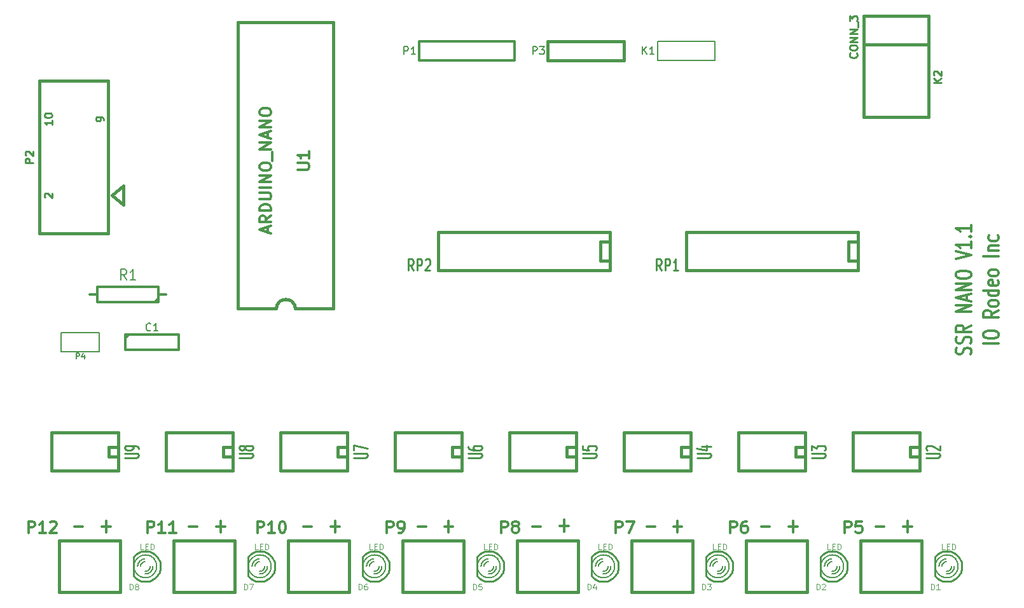
<source format=gto>
G04 (created by PCBNEW-RS274X (2011-07-19)-testing) date Tue 14 Feb 2012 11:01:29 AM PST*
G01*
G70*
G90*
%MOIN*%
G04 Gerber Fmt 3.4, Leading zero omitted, Abs format*
%FSLAX34Y34*%
G04 APERTURE LIST*
%ADD10C,0.006000*%
%ADD11C,0.012000*%
%ADD12C,0.015000*%
%ADD13C,0.010000*%
%ADD14C,0.008000*%
%ADD15C,0.011300*%
%ADD16C,0.003500*%
G04 APERTURE END LIST*
G54D10*
G54D11*
X81874Y-36814D02*
X81074Y-36814D01*
X81074Y-36414D02*
X81074Y-36300D01*
X81112Y-36242D01*
X81188Y-36185D01*
X81340Y-36157D01*
X81607Y-36157D01*
X81760Y-36185D01*
X81836Y-36242D01*
X81874Y-36300D01*
X81874Y-36414D01*
X81836Y-36471D01*
X81760Y-36528D01*
X81607Y-36557D01*
X81340Y-36557D01*
X81188Y-36528D01*
X81112Y-36471D01*
X81074Y-36414D01*
X81874Y-35099D02*
X81493Y-35299D01*
X81874Y-35442D02*
X81074Y-35442D01*
X81074Y-35214D01*
X81112Y-35156D01*
X81150Y-35128D01*
X81226Y-35099D01*
X81340Y-35099D01*
X81417Y-35128D01*
X81455Y-35156D01*
X81493Y-35214D01*
X81493Y-35442D01*
X81874Y-34756D02*
X81836Y-34814D01*
X81798Y-34842D01*
X81721Y-34871D01*
X81493Y-34871D01*
X81417Y-34842D01*
X81379Y-34814D01*
X81340Y-34756D01*
X81340Y-34671D01*
X81379Y-34614D01*
X81417Y-34585D01*
X81493Y-34556D01*
X81721Y-34556D01*
X81798Y-34585D01*
X81836Y-34614D01*
X81874Y-34671D01*
X81874Y-34756D01*
X81874Y-34042D02*
X81074Y-34042D01*
X81836Y-34042D02*
X81874Y-34099D01*
X81874Y-34213D01*
X81836Y-34271D01*
X81798Y-34299D01*
X81721Y-34328D01*
X81493Y-34328D01*
X81417Y-34299D01*
X81379Y-34271D01*
X81340Y-34213D01*
X81340Y-34099D01*
X81379Y-34042D01*
X81836Y-33528D02*
X81874Y-33585D01*
X81874Y-33699D01*
X81836Y-33756D01*
X81760Y-33785D01*
X81455Y-33785D01*
X81379Y-33756D01*
X81340Y-33699D01*
X81340Y-33585D01*
X81379Y-33528D01*
X81455Y-33499D01*
X81531Y-33499D01*
X81607Y-33785D01*
X81874Y-33156D02*
X81836Y-33214D01*
X81798Y-33242D01*
X81721Y-33271D01*
X81493Y-33271D01*
X81417Y-33242D01*
X81379Y-33214D01*
X81340Y-33156D01*
X81340Y-33071D01*
X81379Y-33014D01*
X81417Y-32985D01*
X81493Y-32956D01*
X81721Y-32956D01*
X81798Y-32985D01*
X81836Y-33014D01*
X81874Y-33071D01*
X81874Y-33156D01*
X81874Y-32242D02*
X81074Y-32242D01*
X81340Y-31956D02*
X81874Y-31956D01*
X81417Y-31956D02*
X81379Y-31928D01*
X81340Y-31870D01*
X81340Y-31785D01*
X81379Y-31728D01*
X81455Y-31699D01*
X81874Y-31699D01*
X81836Y-31156D02*
X81874Y-31213D01*
X81874Y-31327D01*
X81836Y-31385D01*
X81798Y-31413D01*
X81721Y-31442D01*
X81493Y-31442D01*
X81417Y-31413D01*
X81379Y-31385D01*
X81340Y-31327D01*
X81340Y-31213D01*
X81379Y-31156D01*
X80386Y-37385D02*
X80424Y-37299D01*
X80424Y-37156D01*
X80386Y-37099D01*
X80348Y-37070D01*
X80271Y-37042D01*
X80195Y-37042D01*
X80119Y-37070D01*
X80081Y-37099D01*
X80043Y-37156D01*
X80005Y-37270D01*
X79967Y-37328D01*
X79929Y-37356D01*
X79852Y-37385D01*
X79776Y-37385D01*
X79700Y-37356D01*
X79662Y-37328D01*
X79624Y-37270D01*
X79624Y-37128D01*
X79662Y-37042D01*
X80386Y-36814D02*
X80424Y-36728D01*
X80424Y-36585D01*
X80386Y-36528D01*
X80348Y-36499D01*
X80271Y-36471D01*
X80195Y-36471D01*
X80119Y-36499D01*
X80081Y-36528D01*
X80043Y-36585D01*
X80005Y-36699D01*
X79967Y-36757D01*
X79929Y-36785D01*
X79852Y-36814D01*
X79776Y-36814D01*
X79700Y-36785D01*
X79662Y-36757D01*
X79624Y-36699D01*
X79624Y-36557D01*
X79662Y-36471D01*
X80424Y-35871D02*
X80043Y-36071D01*
X80424Y-36214D02*
X79624Y-36214D01*
X79624Y-35986D01*
X79662Y-35928D01*
X79700Y-35900D01*
X79776Y-35871D01*
X79890Y-35871D01*
X79967Y-35900D01*
X80005Y-35928D01*
X80043Y-35986D01*
X80043Y-36214D01*
X80424Y-35157D02*
X79624Y-35157D01*
X80424Y-34814D01*
X79624Y-34814D01*
X80195Y-34557D02*
X80195Y-34271D01*
X80424Y-34614D02*
X79624Y-34414D01*
X80424Y-34214D01*
X80424Y-34014D02*
X79624Y-34014D01*
X80424Y-33671D01*
X79624Y-33671D01*
X79624Y-33271D02*
X79624Y-33157D01*
X79662Y-33099D01*
X79738Y-33042D01*
X79890Y-33014D01*
X80157Y-33014D01*
X80310Y-33042D01*
X80386Y-33099D01*
X80424Y-33157D01*
X80424Y-33271D01*
X80386Y-33328D01*
X80310Y-33385D01*
X80157Y-33414D01*
X79890Y-33414D01*
X79738Y-33385D01*
X79662Y-33328D01*
X79624Y-33271D01*
X79624Y-32385D02*
X80424Y-32185D01*
X79624Y-31985D01*
X80424Y-31471D02*
X80424Y-31814D01*
X80424Y-31642D02*
X79624Y-31642D01*
X79738Y-31699D01*
X79814Y-31757D01*
X79852Y-31814D01*
X80348Y-31214D02*
X80386Y-31186D01*
X80424Y-31214D01*
X80386Y-31243D01*
X80348Y-31214D01*
X80424Y-31214D01*
X80424Y-30614D02*
X80424Y-30957D01*
X80424Y-30785D02*
X79624Y-30785D01*
X79738Y-30842D01*
X79814Y-30900D01*
X79852Y-30957D01*
X76872Y-46419D02*
X77329Y-46419D01*
X77100Y-46724D02*
X77100Y-46114D01*
X75422Y-46419D02*
X75879Y-46419D01*
X70872Y-46419D02*
X71329Y-46419D01*
X71100Y-46724D02*
X71100Y-46114D01*
X69422Y-46419D02*
X69879Y-46419D01*
X64822Y-46419D02*
X65279Y-46419D01*
X65050Y-46724D02*
X65050Y-46114D01*
X63422Y-46419D02*
X63879Y-46419D01*
X58872Y-46369D02*
X59329Y-46369D01*
X59100Y-46674D02*
X59100Y-46064D01*
X57422Y-46419D02*
X57879Y-46419D01*
X52822Y-46419D02*
X53279Y-46419D01*
X53050Y-46724D02*
X53050Y-46114D01*
X51422Y-46419D02*
X51879Y-46419D01*
X46872Y-46419D02*
X47329Y-46419D01*
X47100Y-46724D02*
X47100Y-46114D01*
X45422Y-46419D02*
X45879Y-46419D01*
X40872Y-46419D02*
X41329Y-46419D01*
X41100Y-46724D02*
X41100Y-46114D01*
X39422Y-46419D02*
X39879Y-46419D01*
X34872Y-46419D02*
X35329Y-46419D01*
X35100Y-46724D02*
X35100Y-46114D01*
X33422Y-46419D02*
X33879Y-46419D01*
G54D12*
X45000Y-35000D02*
X44998Y-34957D01*
X44992Y-34914D01*
X44982Y-34871D01*
X44969Y-34829D01*
X44953Y-34789D01*
X44933Y-34751D01*
X44909Y-34714D01*
X44883Y-34679D01*
X44853Y-34647D01*
X44821Y-34617D01*
X44786Y-34591D01*
X44750Y-34567D01*
X44711Y-34547D01*
X44671Y-34531D01*
X44629Y-34518D01*
X44586Y-34508D01*
X44543Y-34502D01*
X44500Y-34500D01*
X44500Y-34500D02*
X44457Y-34502D01*
X44414Y-34508D01*
X44371Y-34518D01*
X44329Y-34531D01*
X44289Y-34547D01*
X44251Y-34567D01*
X44214Y-34591D01*
X44179Y-34617D01*
X44147Y-34647D01*
X44117Y-34679D01*
X44091Y-34714D01*
X44067Y-34751D01*
X44047Y-34789D01*
X44031Y-34829D01*
X44018Y-34871D01*
X44008Y-34914D01*
X44002Y-34957D01*
X44000Y-35000D01*
X42000Y-35000D02*
X44000Y-35000D01*
X47000Y-35000D02*
X45000Y-35000D01*
X47000Y-35000D02*
X47000Y-20000D01*
X47000Y-20000D02*
X42000Y-20000D01*
X42000Y-20000D02*
X42000Y-35000D01*
G54D11*
X36100Y-36350D02*
X38900Y-36350D01*
X38900Y-36350D02*
X38900Y-37150D01*
X38900Y-37150D02*
X36100Y-37150D01*
X36100Y-37150D02*
X36100Y-36350D01*
X36100Y-36550D02*
X36300Y-36350D01*
G54D12*
X61500Y-32500D02*
X61500Y-32500D01*
X61500Y-32500D02*
X61000Y-32500D01*
X61000Y-32500D02*
X61000Y-31500D01*
X61000Y-31500D02*
X61500Y-31500D01*
X61500Y-33000D02*
X52500Y-33000D01*
X52500Y-33000D02*
X52500Y-31000D01*
X52500Y-31000D02*
X61500Y-31000D01*
X61500Y-31000D02*
X61500Y-33000D01*
X74500Y-32500D02*
X74500Y-32500D01*
X74500Y-32500D02*
X74000Y-32500D01*
X74000Y-32500D02*
X74000Y-31500D01*
X74000Y-31500D02*
X74500Y-31500D01*
X74500Y-33000D02*
X65500Y-33000D01*
X65500Y-33000D02*
X65500Y-31000D01*
X65500Y-31000D02*
X74500Y-31000D01*
X74500Y-31000D02*
X74500Y-33000D01*
G54D13*
X78530Y-48000D02*
X78530Y-49000D01*
G54D10*
X79610Y-48884D02*
X79642Y-48842D01*
X79670Y-48798D01*
X79694Y-48751D01*
X79714Y-48703D01*
X79730Y-48653D01*
X79741Y-48602D01*
X79747Y-48550D01*
X79750Y-48500D01*
X79749Y-48500D02*
X79746Y-48448D01*
X79739Y-48396D01*
X79728Y-48345D01*
X79712Y-48296D01*
X79692Y-48247D01*
X79668Y-48201D01*
X79640Y-48157D01*
X79608Y-48115D01*
X79597Y-48103D01*
X78551Y-48500D02*
X78554Y-48552D01*
X78561Y-48604D01*
X78572Y-48655D01*
X78588Y-48704D01*
X78608Y-48753D01*
X78632Y-48799D01*
X78660Y-48843D01*
X78692Y-48885D01*
X78696Y-48889D01*
X78690Y-48116D02*
X78658Y-48158D01*
X78630Y-48202D01*
X78606Y-48249D01*
X78586Y-48297D01*
X78570Y-48347D01*
X78559Y-48398D01*
X78553Y-48450D01*
X78550Y-48500D01*
X78663Y-48849D02*
X78695Y-48890D01*
X78731Y-48928D01*
X78770Y-48963D01*
X78812Y-48995D01*
X78856Y-49022D01*
X78903Y-49046D01*
X78951Y-49065D01*
X79001Y-49081D01*
X79053Y-49091D01*
X79104Y-49098D01*
X79150Y-49100D01*
X79150Y-49100D02*
X79202Y-49097D01*
X79254Y-49090D01*
X79305Y-49079D01*
X79355Y-49063D01*
X79403Y-49043D01*
X79450Y-49019D01*
X79494Y-48991D01*
X79535Y-48959D01*
X79574Y-48924D01*
X79609Y-48885D01*
X79629Y-48860D01*
X79150Y-47901D02*
X79098Y-47904D01*
X79046Y-47911D01*
X78995Y-47922D01*
X78946Y-47938D01*
X78897Y-47958D01*
X78851Y-47982D01*
X78807Y-48010D01*
X78765Y-48042D01*
X78727Y-48077D01*
X78692Y-48115D01*
X78678Y-48133D01*
X79623Y-48132D02*
X79589Y-48092D01*
X79552Y-48055D01*
X79511Y-48022D01*
X79468Y-47992D01*
X79423Y-47966D01*
X79375Y-47945D01*
X79326Y-47927D01*
X79275Y-47914D01*
X79224Y-47905D01*
X79171Y-47901D01*
X79150Y-47900D01*
X79150Y-48750D02*
X79171Y-48749D01*
X79193Y-48746D01*
X79214Y-48741D01*
X79235Y-48734D01*
X79255Y-48726D01*
X79275Y-48716D01*
X79293Y-48704D01*
X79310Y-48691D01*
X79326Y-48676D01*
X79341Y-48660D01*
X79354Y-48643D01*
X79366Y-48624D01*
X79376Y-48605D01*
X79384Y-48585D01*
X79391Y-48564D01*
X79396Y-48543D01*
X79399Y-48521D01*
X79400Y-48500D01*
X79150Y-48900D02*
X79184Y-48898D01*
X79219Y-48893D01*
X79253Y-48886D01*
X79286Y-48875D01*
X79319Y-48862D01*
X79350Y-48846D01*
X79379Y-48827D01*
X79407Y-48806D01*
X79432Y-48782D01*
X79456Y-48757D01*
X79477Y-48729D01*
X79496Y-48699D01*
X79512Y-48669D01*
X79525Y-48636D01*
X79536Y-48603D01*
X79543Y-48569D01*
X79548Y-48534D01*
X79550Y-48500D01*
X79150Y-48250D02*
X79129Y-48251D01*
X79107Y-48254D01*
X79086Y-48259D01*
X79065Y-48266D01*
X79045Y-48274D01*
X79026Y-48284D01*
X79007Y-48296D01*
X78990Y-48309D01*
X78974Y-48324D01*
X78959Y-48340D01*
X78946Y-48357D01*
X78934Y-48376D01*
X78924Y-48395D01*
X78916Y-48415D01*
X78909Y-48436D01*
X78904Y-48457D01*
X78901Y-48479D01*
X78900Y-48500D01*
X79150Y-48100D02*
X79116Y-48102D01*
X79081Y-48107D01*
X79047Y-48114D01*
X79014Y-48125D01*
X78981Y-48138D01*
X78951Y-48154D01*
X78921Y-48173D01*
X78893Y-48194D01*
X78868Y-48218D01*
X78844Y-48243D01*
X78823Y-48271D01*
X78804Y-48301D01*
X78788Y-48331D01*
X78775Y-48364D01*
X78764Y-48397D01*
X78757Y-48431D01*
X78752Y-48466D01*
X78750Y-48500D01*
G54D13*
X78537Y-49013D02*
X78584Y-49064D01*
X78635Y-49111D01*
X78690Y-49154D01*
X78749Y-49192D01*
X78811Y-49224D01*
X78876Y-49251D01*
X78942Y-49272D01*
X79010Y-49287D01*
X79079Y-49296D01*
X79149Y-49299D01*
X79150Y-49300D01*
X79150Y-49299D02*
X79219Y-49295D01*
X79288Y-49286D01*
X79356Y-49271D01*
X79423Y-49250D01*
X79487Y-49224D01*
X79549Y-49191D01*
X79608Y-49154D01*
X79663Y-49112D01*
X79714Y-49064D01*
X79762Y-49013D01*
X79804Y-48958D01*
X79841Y-48899D01*
X79854Y-48876D01*
X79149Y-47703D02*
X79080Y-47706D01*
X79011Y-47715D01*
X78943Y-47730D01*
X78876Y-47751D01*
X78812Y-47778D01*
X78750Y-47810D01*
X78692Y-47848D01*
X78636Y-47890D01*
X78585Y-47937D01*
X78541Y-47985D01*
X79844Y-48103D02*
X79806Y-48044D01*
X79764Y-47988D01*
X79717Y-47937D01*
X79666Y-47889D01*
X79611Y-47847D01*
X79552Y-47809D01*
X79490Y-47777D01*
X79426Y-47750D01*
X79359Y-47728D01*
X79291Y-47713D01*
X79222Y-47704D01*
X79152Y-47701D01*
X79150Y-47700D01*
X79854Y-48879D02*
X79884Y-48816D01*
X79909Y-48751D01*
X79928Y-48684D01*
X79941Y-48615D01*
X79948Y-48546D01*
X79950Y-48500D01*
X79949Y-48500D02*
X79945Y-48431D01*
X79936Y-48362D01*
X79921Y-48294D01*
X79900Y-48227D01*
X79874Y-48163D01*
X79841Y-48101D01*
X79830Y-48082D01*
X66530Y-48000D02*
X66530Y-49000D01*
G54D10*
X67610Y-48884D02*
X67642Y-48842D01*
X67670Y-48798D01*
X67694Y-48751D01*
X67714Y-48703D01*
X67730Y-48653D01*
X67741Y-48602D01*
X67747Y-48550D01*
X67750Y-48500D01*
X67749Y-48500D02*
X67746Y-48448D01*
X67739Y-48396D01*
X67728Y-48345D01*
X67712Y-48296D01*
X67692Y-48247D01*
X67668Y-48201D01*
X67640Y-48157D01*
X67608Y-48115D01*
X67597Y-48103D01*
X66551Y-48500D02*
X66554Y-48552D01*
X66561Y-48604D01*
X66572Y-48655D01*
X66588Y-48704D01*
X66608Y-48753D01*
X66632Y-48799D01*
X66660Y-48843D01*
X66692Y-48885D01*
X66696Y-48889D01*
X66690Y-48116D02*
X66658Y-48158D01*
X66630Y-48202D01*
X66606Y-48249D01*
X66586Y-48297D01*
X66570Y-48347D01*
X66559Y-48398D01*
X66553Y-48450D01*
X66550Y-48500D01*
X66663Y-48849D02*
X66695Y-48890D01*
X66731Y-48928D01*
X66770Y-48963D01*
X66812Y-48995D01*
X66856Y-49022D01*
X66903Y-49046D01*
X66951Y-49065D01*
X67001Y-49081D01*
X67053Y-49091D01*
X67104Y-49098D01*
X67150Y-49100D01*
X67150Y-49100D02*
X67202Y-49097D01*
X67254Y-49090D01*
X67305Y-49079D01*
X67355Y-49063D01*
X67403Y-49043D01*
X67450Y-49019D01*
X67494Y-48991D01*
X67535Y-48959D01*
X67574Y-48924D01*
X67609Y-48885D01*
X67629Y-48860D01*
X67150Y-47901D02*
X67098Y-47904D01*
X67046Y-47911D01*
X66995Y-47922D01*
X66946Y-47938D01*
X66897Y-47958D01*
X66851Y-47982D01*
X66807Y-48010D01*
X66765Y-48042D01*
X66727Y-48077D01*
X66692Y-48115D01*
X66678Y-48133D01*
X67623Y-48132D02*
X67589Y-48092D01*
X67552Y-48055D01*
X67511Y-48022D01*
X67468Y-47992D01*
X67423Y-47966D01*
X67375Y-47945D01*
X67326Y-47927D01*
X67275Y-47914D01*
X67224Y-47905D01*
X67171Y-47901D01*
X67150Y-47900D01*
X67150Y-48750D02*
X67171Y-48749D01*
X67193Y-48746D01*
X67214Y-48741D01*
X67235Y-48734D01*
X67255Y-48726D01*
X67275Y-48716D01*
X67293Y-48704D01*
X67310Y-48691D01*
X67326Y-48676D01*
X67341Y-48660D01*
X67354Y-48643D01*
X67366Y-48624D01*
X67376Y-48605D01*
X67384Y-48585D01*
X67391Y-48564D01*
X67396Y-48543D01*
X67399Y-48521D01*
X67400Y-48500D01*
X67150Y-48900D02*
X67184Y-48898D01*
X67219Y-48893D01*
X67253Y-48886D01*
X67286Y-48875D01*
X67319Y-48862D01*
X67350Y-48846D01*
X67379Y-48827D01*
X67407Y-48806D01*
X67432Y-48782D01*
X67456Y-48757D01*
X67477Y-48729D01*
X67496Y-48699D01*
X67512Y-48669D01*
X67525Y-48636D01*
X67536Y-48603D01*
X67543Y-48569D01*
X67548Y-48534D01*
X67550Y-48500D01*
X67150Y-48250D02*
X67129Y-48251D01*
X67107Y-48254D01*
X67086Y-48259D01*
X67065Y-48266D01*
X67045Y-48274D01*
X67026Y-48284D01*
X67007Y-48296D01*
X66990Y-48309D01*
X66974Y-48324D01*
X66959Y-48340D01*
X66946Y-48357D01*
X66934Y-48376D01*
X66924Y-48395D01*
X66916Y-48415D01*
X66909Y-48436D01*
X66904Y-48457D01*
X66901Y-48479D01*
X66900Y-48500D01*
X67150Y-48100D02*
X67116Y-48102D01*
X67081Y-48107D01*
X67047Y-48114D01*
X67014Y-48125D01*
X66981Y-48138D01*
X66951Y-48154D01*
X66921Y-48173D01*
X66893Y-48194D01*
X66868Y-48218D01*
X66844Y-48243D01*
X66823Y-48271D01*
X66804Y-48301D01*
X66788Y-48331D01*
X66775Y-48364D01*
X66764Y-48397D01*
X66757Y-48431D01*
X66752Y-48466D01*
X66750Y-48500D01*
G54D13*
X66537Y-49013D02*
X66584Y-49064D01*
X66635Y-49111D01*
X66690Y-49154D01*
X66749Y-49192D01*
X66811Y-49224D01*
X66876Y-49251D01*
X66942Y-49272D01*
X67010Y-49287D01*
X67079Y-49296D01*
X67149Y-49299D01*
X67150Y-49300D01*
X67150Y-49299D02*
X67219Y-49295D01*
X67288Y-49286D01*
X67356Y-49271D01*
X67423Y-49250D01*
X67487Y-49224D01*
X67549Y-49191D01*
X67608Y-49154D01*
X67663Y-49112D01*
X67714Y-49064D01*
X67762Y-49013D01*
X67804Y-48958D01*
X67841Y-48899D01*
X67854Y-48876D01*
X67149Y-47703D02*
X67080Y-47706D01*
X67011Y-47715D01*
X66943Y-47730D01*
X66876Y-47751D01*
X66812Y-47778D01*
X66750Y-47810D01*
X66692Y-47848D01*
X66636Y-47890D01*
X66585Y-47937D01*
X66541Y-47985D01*
X67844Y-48103D02*
X67806Y-48044D01*
X67764Y-47988D01*
X67717Y-47937D01*
X67666Y-47889D01*
X67611Y-47847D01*
X67552Y-47809D01*
X67490Y-47777D01*
X67426Y-47750D01*
X67359Y-47728D01*
X67291Y-47713D01*
X67222Y-47704D01*
X67152Y-47701D01*
X67150Y-47700D01*
X67854Y-48879D02*
X67884Y-48816D01*
X67909Y-48751D01*
X67928Y-48684D01*
X67941Y-48615D01*
X67948Y-48546D01*
X67950Y-48500D01*
X67949Y-48500D02*
X67945Y-48431D01*
X67936Y-48362D01*
X67921Y-48294D01*
X67900Y-48227D01*
X67874Y-48163D01*
X67841Y-48101D01*
X67830Y-48082D01*
X72530Y-48000D02*
X72530Y-49000D01*
G54D10*
X73610Y-48884D02*
X73642Y-48842D01*
X73670Y-48798D01*
X73694Y-48751D01*
X73714Y-48703D01*
X73730Y-48653D01*
X73741Y-48602D01*
X73747Y-48550D01*
X73750Y-48500D01*
X73749Y-48500D02*
X73746Y-48448D01*
X73739Y-48396D01*
X73728Y-48345D01*
X73712Y-48296D01*
X73692Y-48247D01*
X73668Y-48201D01*
X73640Y-48157D01*
X73608Y-48115D01*
X73597Y-48103D01*
X72551Y-48500D02*
X72554Y-48552D01*
X72561Y-48604D01*
X72572Y-48655D01*
X72588Y-48704D01*
X72608Y-48753D01*
X72632Y-48799D01*
X72660Y-48843D01*
X72692Y-48885D01*
X72696Y-48889D01*
X72690Y-48116D02*
X72658Y-48158D01*
X72630Y-48202D01*
X72606Y-48249D01*
X72586Y-48297D01*
X72570Y-48347D01*
X72559Y-48398D01*
X72553Y-48450D01*
X72550Y-48500D01*
X72663Y-48849D02*
X72695Y-48890D01*
X72731Y-48928D01*
X72770Y-48963D01*
X72812Y-48995D01*
X72856Y-49022D01*
X72903Y-49046D01*
X72951Y-49065D01*
X73001Y-49081D01*
X73053Y-49091D01*
X73104Y-49098D01*
X73150Y-49100D01*
X73150Y-49100D02*
X73202Y-49097D01*
X73254Y-49090D01*
X73305Y-49079D01*
X73355Y-49063D01*
X73403Y-49043D01*
X73450Y-49019D01*
X73494Y-48991D01*
X73535Y-48959D01*
X73574Y-48924D01*
X73609Y-48885D01*
X73629Y-48860D01*
X73150Y-47901D02*
X73098Y-47904D01*
X73046Y-47911D01*
X72995Y-47922D01*
X72946Y-47938D01*
X72897Y-47958D01*
X72851Y-47982D01*
X72807Y-48010D01*
X72765Y-48042D01*
X72727Y-48077D01*
X72692Y-48115D01*
X72678Y-48133D01*
X73623Y-48132D02*
X73589Y-48092D01*
X73552Y-48055D01*
X73511Y-48022D01*
X73468Y-47992D01*
X73423Y-47966D01*
X73375Y-47945D01*
X73326Y-47927D01*
X73275Y-47914D01*
X73224Y-47905D01*
X73171Y-47901D01*
X73150Y-47900D01*
X73150Y-48750D02*
X73171Y-48749D01*
X73193Y-48746D01*
X73214Y-48741D01*
X73235Y-48734D01*
X73255Y-48726D01*
X73275Y-48716D01*
X73293Y-48704D01*
X73310Y-48691D01*
X73326Y-48676D01*
X73341Y-48660D01*
X73354Y-48643D01*
X73366Y-48624D01*
X73376Y-48605D01*
X73384Y-48585D01*
X73391Y-48564D01*
X73396Y-48543D01*
X73399Y-48521D01*
X73400Y-48500D01*
X73150Y-48900D02*
X73184Y-48898D01*
X73219Y-48893D01*
X73253Y-48886D01*
X73286Y-48875D01*
X73319Y-48862D01*
X73350Y-48846D01*
X73379Y-48827D01*
X73407Y-48806D01*
X73432Y-48782D01*
X73456Y-48757D01*
X73477Y-48729D01*
X73496Y-48699D01*
X73512Y-48669D01*
X73525Y-48636D01*
X73536Y-48603D01*
X73543Y-48569D01*
X73548Y-48534D01*
X73550Y-48500D01*
X73150Y-48250D02*
X73129Y-48251D01*
X73107Y-48254D01*
X73086Y-48259D01*
X73065Y-48266D01*
X73045Y-48274D01*
X73026Y-48284D01*
X73007Y-48296D01*
X72990Y-48309D01*
X72974Y-48324D01*
X72959Y-48340D01*
X72946Y-48357D01*
X72934Y-48376D01*
X72924Y-48395D01*
X72916Y-48415D01*
X72909Y-48436D01*
X72904Y-48457D01*
X72901Y-48479D01*
X72900Y-48500D01*
X73150Y-48100D02*
X73116Y-48102D01*
X73081Y-48107D01*
X73047Y-48114D01*
X73014Y-48125D01*
X72981Y-48138D01*
X72951Y-48154D01*
X72921Y-48173D01*
X72893Y-48194D01*
X72868Y-48218D01*
X72844Y-48243D01*
X72823Y-48271D01*
X72804Y-48301D01*
X72788Y-48331D01*
X72775Y-48364D01*
X72764Y-48397D01*
X72757Y-48431D01*
X72752Y-48466D01*
X72750Y-48500D01*
G54D13*
X72537Y-49013D02*
X72584Y-49064D01*
X72635Y-49111D01*
X72690Y-49154D01*
X72749Y-49192D01*
X72811Y-49224D01*
X72876Y-49251D01*
X72942Y-49272D01*
X73010Y-49287D01*
X73079Y-49296D01*
X73149Y-49299D01*
X73150Y-49300D01*
X73150Y-49299D02*
X73219Y-49295D01*
X73288Y-49286D01*
X73356Y-49271D01*
X73423Y-49250D01*
X73487Y-49224D01*
X73549Y-49191D01*
X73608Y-49154D01*
X73663Y-49112D01*
X73714Y-49064D01*
X73762Y-49013D01*
X73804Y-48958D01*
X73841Y-48899D01*
X73854Y-48876D01*
X73149Y-47703D02*
X73080Y-47706D01*
X73011Y-47715D01*
X72943Y-47730D01*
X72876Y-47751D01*
X72812Y-47778D01*
X72750Y-47810D01*
X72692Y-47848D01*
X72636Y-47890D01*
X72585Y-47937D01*
X72541Y-47985D01*
X73844Y-48103D02*
X73806Y-48044D01*
X73764Y-47988D01*
X73717Y-47937D01*
X73666Y-47889D01*
X73611Y-47847D01*
X73552Y-47809D01*
X73490Y-47777D01*
X73426Y-47750D01*
X73359Y-47728D01*
X73291Y-47713D01*
X73222Y-47704D01*
X73152Y-47701D01*
X73150Y-47700D01*
X73854Y-48879D02*
X73884Y-48816D01*
X73909Y-48751D01*
X73928Y-48684D01*
X73941Y-48615D01*
X73948Y-48546D01*
X73950Y-48500D01*
X73949Y-48500D02*
X73945Y-48431D01*
X73936Y-48362D01*
X73921Y-48294D01*
X73900Y-48227D01*
X73874Y-48163D01*
X73841Y-48101D01*
X73830Y-48082D01*
X60530Y-48000D02*
X60530Y-49000D01*
G54D10*
X61610Y-48884D02*
X61642Y-48842D01*
X61670Y-48798D01*
X61694Y-48751D01*
X61714Y-48703D01*
X61730Y-48653D01*
X61741Y-48602D01*
X61747Y-48550D01*
X61750Y-48500D01*
X61749Y-48500D02*
X61746Y-48448D01*
X61739Y-48396D01*
X61728Y-48345D01*
X61712Y-48296D01*
X61692Y-48247D01*
X61668Y-48201D01*
X61640Y-48157D01*
X61608Y-48115D01*
X61597Y-48103D01*
X60551Y-48500D02*
X60554Y-48552D01*
X60561Y-48604D01*
X60572Y-48655D01*
X60588Y-48704D01*
X60608Y-48753D01*
X60632Y-48799D01*
X60660Y-48843D01*
X60692Y-48885D01*
X60696Y-48889D01*
X60690Y-48116D02*
X60658Y-48158D01*
X60630Y-48202D01*
X60606Y-48249D01*
X60586Y-48297D01*
X60570Y-48347D01*
X60559Y-48398D01*
X60553Y-48450D01*
X60550Y-48500D01*
X60663Y-48849D02*
X60695Y-48890D01*
X60731Y-48928D01*
X60770Y-48963D01*
X60812Y-48995D01*
X60856Y-49022D01*
X60903Y-49046D01*
X60951Y-49065D01*
X61001Y-49081D01*
X61053Y-49091D01*
X61104Y-49098D01*
X61150Y-49100D01*
X61150Y-49100D02*
X61202Y-49097D01*
X61254Y-49090D01*
X61305Y-49079D01*
X61355Y-49063D01*
X61403Y-49043D01*
X61450Y-49019D01*
X61494Y-48991D01*
X61535Y-48959D01*
X61574Y-48924D01*
X61609Y-48885D01*
X61629Y-48860D01*
X61150Y-47901D02*
X61098Y-47904D01*
X61046Y-47911D01*
X60995Y-47922D01*
X60946Y-47938D01*
X60897Y-47958D01*
X60851Y-47982D01*
X60807Y-48010D01*
X60765Y-48042D01*
X60727Y-48077D01*
X60692Y-48115D01*
X60678Y-48133D01*
X61623Y-48132D02*
X61589Y-48092D01*
X61552Y-48055D01*
X61511Y-48022D01*
X61468Y-47992D01*
X61423Y-47966D01*
X61375Y-47945D01*
X61326Y-47927D01*
X61275Y-47914D01*
X61224Y-47905D01*
X61171Y-47901D01*
X61150Y-47900D01*
X61150Y-48750D02*
X61171Y-48749D01*
X61193Y-48746D01*
X61214Y-48741D01*
X61235Y-48734D01*
X61255Y-48726D01*
X61275Y-48716D01*
X61293Y-48704D01*
X61310Y-48691D01*
X61326Y-48676D01*
X61341Y-48660D01*
X61354Y-48643D01*
X61366Y-48624D01*
X61376Y-48605D01*
X61384Y-48585D01*
X61391Y-48564D01*
X61396Y-48543D01*
X61399Y-48521D01*
X61400Y-48500D01*
X61150Y-48900D02*
X61184Y-48898D01*
X61219Y-48893D01*
X61253Y-48886D01*
X61286Y-48875D01*
X61319Y-48862D01*
X61350Y-48846D01*
X61379Y-48827D01*
X61407Y-48806D01*
X61432Y-48782D01*
X61456Y-48757D01*
X61477Y-48729D01*
X61496Y-48699D01*
X61512Y-48669D01*
X61525Y-48636D01*
X61536Y-48603D01*
X61543Y-48569D01*
X61548Y-48534D01*
X61550Y-48500D01*
X61150Y-48250D02*
X61129Y-48251D01*
X61107Y-48254D01*
X61086Y-48259D01*
X61065Y-48266D01*
X61045Y-48274D01*
X61026Y-48284D01*
X61007Y-48296D01*
X60990Y-48309D01*
X60974Y-48324D01*
X60959Y-48340D01*
X60946Y-48357D01*
X60934Y-48376D01*
X60924Y-48395D01*
X60916Y-48415D01*
X60909Y-48436D01*
X60904Y-48457D01*
X60901Y-48479D01*
X60900Y-48500D01*
X61150Y-48100D02*
X61116Y-48102D01*
X61081Y-48107D01*
X61047Y-48114D01*
X61014Y-48125D01*
X60981Y-48138D01*
X60951Y-48154D01*
X60921Y-48173D01*
X60893Y-48194D01*
X60868Y-48218D01*
X60844Y-48243D01*
X60823Y-48271D01*
X60804Y-48301D01*
X60788Y-48331D01*
X60775Y-48364D01*
X60764Y-48397D01*
X60757Y-48431D01*
X60752Y-48466D01*
X60750Y-48500D01*
G54D13*
X60537Y-49013D02*
X60584Y-49064D01*
X60635Y-49111D01*
X60690Y-49154D01*
X60749Y-49192D01*
X60811Y-49224D01*
X60876Y-49251D01*
X60942Y-49272D01*
X61010Y-49287D01*
X61079Y-49296D01*
X61149Y-49299D01*
X61150Y-49300D01*
X61150Y-49299D02*
X61219Y-49295D01*
X61288Y-49286D01*
X61356Y-49271D01*
X61423Y-49250D01*
X61487Y-49224D01*
X61549Y-49191D01*
X61608Y-49154D01*
X61663Y-49112D01*
X61714Y-49064D01*
X61762Y-49013D01*
X61804Y-48958D01*
X61841Y-48899D01*
X61854Y-48876D01*
X61149Y-47703D02*
X61080Y-47706D01*
X61011Y-47715D01*
X60943Y-47730D01*
X60876Y-47751D01*
X60812Y-47778D01*
X60750Y-47810D01*
X60692Y-47848D01*
X60636Y-47890D01*
X60585Y-47937D01*
X60541Y-47985D01*
X61844Y-48103D02*
X61806Y-48044D01*
X61764Y-47988D01*
X61717Y-47937D01*
X61666Y-47889D01*
X61611Y-47847D01*
X61552Y-47809D01*
X61490Y-47777D01*
X61426Y-47750D01*
X61359Y-47728D01*
X61291Y-47713D01*
X61222Y-47704D01*
X61152Y-47701D01*
X61150Y-47700D01*
X61854Y-48879D02*
X61884Y-48816D01*
X61909Y-48751D01*
X61928Y-48684D01*
X61941Y-48615D01*
X61948Y-48546D01*
X61950Y-48500D01*
X61949Y-48500D02*
X61945Y-48431D01*
X61936Y-48362D01*
X61921Y-48294D01*
X61900Y-48227D01*
X61874Y-48163D01*
X61841Y-48101D01*
X61830Y-48082D01*
X42530Y-48000D02*
X42530Y-49000D01*
G54D10*
X43610Y-48884D02*
X43642Y-48842D01*
X43670Y-48798D01*
X43694Y-48751D01*
X43714Y-48703D01*
X43730Y-48653D01*
X43741Y-48602D01*
X43747Y-48550D01*
X43750Y-48500D01*
X43749Y-48500D02*
X43746Y-48448D01*
X43739Y-48396D01*
X43728Y-48345D01*
X43712Y-48296D01*
X43692Y-48247D01*
X43668Y-48201D01*
X43640Y-48157D01*
X43608Y-48115D01*
X43597Y-48103D01*
X42551Y-48500D02*
X42554Y-48552D01*
X42561Y-48604D01*
X42572Y-48655D01*
X42588Y-48704D01*
X42608Y-48753D01*
X42632Y-48799D01*
X42660Y-48843D01*
X42692Y-48885D01*
X42696Y-48889D01*
X42690Y-48116D02*
X42658Y-48158D01*
X42630Y-48202D01*
X42606Y-48249D01*
X42586Y-48297D01*
X42570Y-48347D01*
X42559Y-48398D01*
X42553Y-48450D01*
X42550Y-48500D01*
X42663Y-48849D02*
X42695Y-48890D01*
X42731Y-48928D01*
X42770Y-48963D01*
X42812Y-48995D01*
X42856Y-49022D01*
X42903Y-49046D01*
X42951Y-49065D01*
X43001Y-49081D01*
X43053Y-49091D01*
X43104Y-49098D01*
X43150Y-49100D01*
X43150Y-49100D02*
X43202Y-49097D01*
X43254Y-49090D01*
X43305Y-49079D01*
X43355Y-49063D01*
X43403Y-49043D01*
X43450Y-49019D01*
X43494Y-48991D01*
X43535Y-48959D01*
X43574Y-48924D01*
X43609Y-48885D01*
X43629Y-48860D01*
X43150Y-47901D02*
X43098Y-47904D01*
X43046Y-47911D01*
X42995Y-47922D01*
X42946Y-47938D01*
X42897Y-47958D01*
X42851Y-47982D01*
X42807Y-48010D01*
X42765Y-48042D01*
X42727Y-48077D01*
X42692Y-48115D01*
X42678Y-48133D01*
X43623Y-48132D02*
X43589Y-48092D01*
X43552Y-48055D01*
X43511Y-48022D01*
X43468Y-47992D01*
X43423Y-47966D01*
X43375Y-47945D01*
X43326Y-47927D01*
X43275Y-47914D01*
X43224Y-47905D01*
X43171Y-47901D01*
X43150Y-47900D01*
X43150Y-48750D02*
X43171Y-48749D01*
X43193Y-48746D01*
X43214Y-48741D01*
X43235Y-48734D01*
X43255Y-48726D01*
X43275Y-48716D01*
X43293Y-48704D01*
X43310Y-48691D01*
X43326Y-48676D01*
X43341Y-48660D01*
X43354Y-48643D01*
X43366Y-48624D01*
X43376Y-48605D01*
X43384Y-48585D01*
X43391Y-48564D01*
X43396Y-48543D01*
X43399Y-48521D01*
X43400Y-48500D01*
X43150Y-48900D02*
X43184Y-48898D01*
X43219Y-48893D01*
X43253Y-48886D01*
X43286Y-48875D01*
X43319Y-48862D01*
X43350Y-48846D01*
X43379Y-48827D01*
X43407Y-48806D01*
X43432Y-48782D01*
X43456Y-48757D01*
X43477Y-48729D01*
X43496Y-48699D01*
X43512Y-48669D01*
X43525Y-48636D01*
X43536Y-48603D01*
X43543Y-48569D01*
X43548Y-48534D01*
X43550Y-48500D01*
X43150Y-48250D02*
X43129Y-48251D01*
X43107Y-48254D01*
X43086Y-48259D01*
X43065Y-48266D01*
X43045Y-48274D01*
X43026Y-48284D01*
X43007Y-48296D01*
X42990Y-48309D01*
X42974Y-48324D01*
X42959Y-48340D01*
X42946Y-48357D01*
X42934Y-48376D01*
X42924Y-48395D01*
X42916Y-48415D01*
X42909Y-48436D01*
X42904Y-48457D01*
X42901Y-48479D01*
X42900Y-48500D01*
X43150Y-48100D02*
X43116Y-48102D01*
X43081Y-48107D01*
X43047Y-48114D01*
X43014Y-48125D01*
X42981Y-48138D01*
X42951Y-48154D01*
X42921Y-48173D01*
X42893Y-48194D01*
X42868Y-48218D01*
X42844Y-48243D01*
X42823Y-48271D01*
X42804Y-48301D01*
X42788Y-48331D01*
X42775Y-48364D01*
X42764Y-48397D01*
X42757Y-48431D01*
X42752Y-48466D01*
X42750Y-48500D01*
G54D13*
X42537Y-49013D02*
X42584Y-49064D01*
X42635Y-49111D01*
X42690Y-49154D01*
X42749Y-49192D01*
X42811Y-49224D01*
X42876Y-49251D01*
X42942Y-49272D01*
X43010Y-49287D01*
X43079Y-49296D01*
X43149Y-49299D01*
X43150Y-49300D01*
X43150Y-49299D02*
X43219Y-49295D01*
X43288Y-49286D01*
X43356Y-49271D01*
X43423Y-49250D01*
X43487Y-49224D01*
X43549Y-49191D01*
X43608Y-49154D01*
X43663Y-49112D01*
X43714Y-49064D01*
X43762Y-49013D01*
X43804Y-48958D01*
X43841Y-48899D01*
X43854Y-48876D01*
X43149Y-47703D02*
X43080Y-47706D01*
X43011Y-47715D01*
X42943Y-47730D01*
X42876Y-47751D01*
X42812Y-47778D01*
X42750Y-47810D01*
X42692Y-47848D01*
X42636Y-47890D01*
X42585Y-47937D01*
X42541Y-47985D01*
X43844Y-48103D02*
X43806Y-48044D01*
X43764Y-47988D01*
X43717Y-47937D01*
X43666Y-47889D01*
X43611Y-47847D01*
X43552Y-47809D01*
X43490Y-47777D01*
X43426Y-47750D01*
X43359Y-47728D01*
X43291Y-47713D01*
X43222Y-47704D01*
X43152Y-47701D01*
X43150Y-47700D01*
X43854Y-48879D02*
X43884Y-48816D01*
X43909Y-48751D01*
X43928Y-48684D01*
X43941Y-48615D01*
X43948Y-48546D01*
X43950Y-48500D01*
X43949Y-48500D02*
X43945Y-48431D01*
X43936Y-48362D01*
X43921Y-48294D01*
X43900Y-48227D01*
X43874Y-48163D01*
X43841Y-48101D01*
X43830Y-48082D01*
X36530Y-48000D02*
X36530Y-49000D01*
G54D10*
X37610Y-48884D02*
X37642Y-48842D01*
X37670Y-48798D01*
X37694Y-48751D01*
X37714Y-48703D01*
X37730Y-48653D01*
X37741Y-48602D01*
X37747Y-48550D01*
X37750Y-48500D01*
X37749Y-48500D02*
X37746Y-48448D01*
X37739Y-48396D01*
X37728Y-48345D01*
X37712Y-48296D01*
X37692Y-48247D01*
X37668Y-48201D01*
X37640Y-48157D01*
X37608Y-48115D01*
X37597Y-48103D01*
X36551Y-48500D02*
X36554Y-48552D01*
X36561Y-48604D01*
X36572Y-48655D01*
X36588Y-48704D01*
X36608Y-48753D01*
X36632Y-48799D01*
X36660Y-48843D01*
X36692Y-48885D01*
X36696Y-48889D01*
X36690Y-48116D02*
X36658Y-48158D01*
X36630Y-48202D01*
X36606Y-48249D01*
X36586Y-48297D01*
X36570Y-48347D01*
X36559Y-48398D01*
X36553Y-48450D01*
X36550Y-48500D01*
X36663Y-48849D02*
X36695Y-48890D01*
X36731Y-48928D01*
X36770Y-48963D01*
X36812Y-48995D01*
X36856Y-49022D01*
X36903Y-49046D01*
X36951Y-49065D01*
X37001Y-49081D01*
X37053Y-49091D01*
X37104Y-49098D01*
X37150Y-49100D01*
X37150Y-49100D02*
X37202Y-49097D01*
X37254Y-49090D01*
X37305Y-49079D01*
X37355Y-49063D01*
X37403Y-49043D01*
X37450Y-49019D01*
X37494Y-48991D01*
X37535Y-48959D01*
X37574Y-48924D01*
X37609Y-48885D01*
X37629Y-48860D01*
X37150Y-47901D02*
X37098Y-47904D01*
X37046Y-47911D01*
X36995Y-47922D01*
X36946Y-47938D01*
X36897Y-47958D01*
X36851Y-47982D01*
X36807Y-48010D01*
X36765Y-48042D01*
X36727Y-48077D01*
X36692Y-48115D01*
X36678Y-48133D01*
X37623Y-48132D02*
X37589Y-48092D01*
X37552Y-48055D01*
X37511Y-48022D01*
X37468Y-47992D01*
X37423Y-47966D01*
X37375Y-47945D01*
X37326Y-47927D01*
X37275Y-47914D01*
X37224Y-47905D01*
X37171Y-47901D01*
X37150Y-47900D01*
X37150Y-48750D02*
X37171Y-48749D01*
X37193Y-48746D01*
X37214Y-48741D01*
X37235Y-48734D01*
X37255Y-48726D01*
X37275Y-48716D01*
X37293Y-48704D01*
X37310Y-48691D01*
X37326Y-48676D01*
X37341Y-48660D01*
X37354Y-48643D01*
X37366Y-48624D01*
X37376Y-48605D01*
X37384Y-48585D01*
X37391Y-48564D01*
X37396Y-48543D01*
X37399Y-48521D01*
X37400Y-48500D01*
X37150Y-48900D02*
X37184Y-48898D01*
X37219Y-48893D01*
X37253Y-48886D01*
X37286Y-48875D01*
X37319Y-48862D01*
X37350Y-48846D01*
X37379Y-48827D01*
X37407Y-48806D01*
X37432Y-48782D01*
X37456Y-48757D01*
X37477Y-48729D01*
X37496Y-48699D01*
X37512Y-48669D01*
X37525Y-48636D01*
X37536Y-48603D01*
X37543Y-48569D01*
X37548Y-48534D01*
X37550Y-48500D01*
X37150Y-48250D02*
X37129Y-48251D01*
X37107Y-48254D01*
X37086Y-48259D01*
X37065Y-48266D01*
X37045Y-48274D01*
X37026Y-48284D01*
X37007Y-48296D01*
X36990Y-48309D01*
X36974Y-48324D01*
X36959Y-48340D01*
X36946Y-48357D01*
X36934Y-48376D01*
X36924Y-48395D01*
X36916Y-48415D01*
X36909Y-48436D01*
X36904Y-48457D01*
X36901Y-48479D01*
X36900Y-48500D01*
X37150Y-48100D02*
X37116Y-48102D01*
X37081Y-48107D01*
X37047Y-48114D01*
X37014Y-48125D01*
X36981Y-48138D01*
X36951Y-48154D01*
X36921Y-48173D01*
X36893Y-48194D01*
X36868Y-48218D01*
X36844Y-48243D01*
X36823Y-48271D01*
X36804Y-48301D01*
X36788Y-48331D01*
X36775Y-48364D01*
X36764Y-48397D01*
X36757Y-48431D01*
X36752Y-48466D01*
X36750Y-48500D01*
G54D13*
X36537Y-49013D02*
X36584Y-49064D01*
X36635Y-49111D01*
X36690Y-49154D01*
X36749Y-49192D01*
X36811Y-49224D01*
X36876Y-49251D01*
X36942Y-49272D01*
X37010Y-49287D01*
X37079Y-49296D01*
X37149Y-49299D01*
X37150Y-49300D01*
X37150Y-49299D02*
X37219Y-49295D01*
X37288Y-49286D01*
X37356Y-49271D01*
X37423Y-49250D01*
X37487Y-49224D01*
X37549Y-49191D01*
X37608Y-49154D01*
X37663Y-49112D01*
X37714Y-49064D01*
X37762Y-49013D01*
X37804Y-48958D01*
X37841Y-48899D01*
X37854Y-48876D01*
X37149Y-47703D02*
X37080Y-47706D01*
X37011Y-47715D01*
X36943Y-47730D01*
X36876Y-47751D01*
X36812Y-47778D01*
X36750Y-47810D01*
X36692Y-47848D01*
X36636Y-47890D01*
X36585Y-47937D01*
X36541Y-47985D01*
X37844Y-48103D02*
X37806Y-48044D01*
X37764Y-47988D01*
X37717Y-47937D01*
X37666Y-47889D01*
X37611Y-47847D01*
X37552Y-47809D01*
X37490Y-47777D01*
X37426Y-47750D01*
X37359Y-47728D01*
X37291Y-47713D01*
X37222Y-47704D01*
X37152Y-47701D01*
X37150Y-47700D01*
X37854Y-48879D02*
X37884Y-48816D01*
X37909Y-48751D01*
X37928Y-48684D01*
X37941Y-48615D01*
X37948Y-48546D01*
X37950Y-48500D01*
X37949Y-48500D02*
X37945Y-48431D01*
X37936Y-48362D01*
X37921Y-48294D01*
X37900Y-48227D01*
X37874Y-48163D01*
X37841Y-48101D01*
X37830Y-48082D01*
X54530Y-48000D02*
X54530Y-49000D01*
G54D10*
X55610Y-48884D02*
X55642Y-48842D01*
X55670Y-48798D01*
X55694Y-48751D01*
X55714Y-48703D01*
X55730Y-48653D01*
X55741Y-48602D01*
X55747Y-48550D01*
X55750Y-48500D01*
X55749Y-48500D02*
X55746Y-48448D01*
X55739Y-48396D01*
X55728Y-48345D01*
X55712Y-48296D01*
X55692Y-48247D01*
X55668Y-48201D01*
X55640Y-48157D01*
X55608Y-48115D01*
X55597Y-48103D01*
X54551Y-48500D02*
X54554Y-48552D01*
X54561Y-48604D01*
X54572Y-48655D01*
X54588Y-48704D01*
X54608Y-48753D01*
X54632Y-48799D01*
X54660Y-48843D01*
X54692Y-48885D01*
X54696Y-48889D01*
X54690Y-48116D02*
X54658Y-48158D01*
X54630Y-48202D01*
X54606Y-48249D01*
X54586Y-48297D01*
X54570Y-48347D01*
X54559Y-48398D01*
X54553Y-48450D01*
X54550Y-48500D01*
X54663Y-48849D02*
X54695Y-48890D01*
X54731Y-48928D01*
X54770Y-48963D01*
X54812Y-48995D01*
X54856Y-49022D01*
X54903Y-49046D01*
X54951Y-49065D01*
X55001Y-49081D01*
X55053Y-49091D01*
X55104Y-49098D01*
X55150Y-49100D01*
X55150Y-49100D02*
X55202Y-49097D01*
X55254Y-49090D01*
X55305Y-49079D01*
X55355Y-49063D01*
X55403Y-49043D01*
X55450Y-49019D01*
X55494Y-48991D01*
X55535Y-48959D01*
X55574Y-48924D01*
X55609Y-48885D01*
X55629Y-48860D01*
X55150Y-47901D02*
X55098Y-47904D01*
X55046Y-47911D01*
X54995Y-47922D01*
X54946Y-47938D01*
X54897Y-47958D01*
X54851Y-47982D01*
X54807Y-48010D01*
X54765Y-48042D01*
X54727Y-48077D01*
X54692Y-48115D01*
X54678Y-48133D01*
X55623Y-48132D02*
X55589Y-48092D01*
X55552Y-48055D01*
X55511Y-48022D01*
X55468Y-47992D01*
X55423Y-47966D01*
X55375Y-47945D01*
X55326Y-47927D01*
X55275Y-47914D01*
X55224Y-47905D01*
X55171Y-47901D01*
X55150Y-47900D01*
X55150Y-48750D02*
X55171Y-48749D01*
X55193Y-48746D01*
X55214Y-48741D01*
X55235Y-48734D01*
X55255Y-48726D01*
X55275Y-48716D01*
X55293Y-48704D01*
X55310Y-48691D01*
X55326Y-48676D01*
X55341Y-48660D01*
X55354Y-48643D01*
X55366Y-48624D01*
X55376Y-48605D01*
X55384Y-48585D01*
X55391Y-48564D01*
X55396Y-48543D01*
X55399Y-48521D01*
X55400Y-48500D01*
X55150Y-48900D02*
X55184Y-48898D01*
X55219Y-48893D01*
X55253Y-48886D01*
X55286Y-48875D01*
X55319Y-48862D01*
X55350Y-48846D01*
X55379Y-48827D01*
X55407Y-48806D01*
X55432Y-48782D01*
X55456Y-48757D01*
X55477Y-48729D01*
X55496Y-48699D01*
X55512Y-48669D01*
X55525Y-48636D01*
X55536Y-48603D01*
X55543Y-48569D01*
X55548Y-48534D01*
X55550Y-48500D01*
X55150Y-48250D02*
X55129Y-48251D01*
X55107Y-48254D01*
X55086Y-48259D01*
X55065Y-48266D01*
X55045Y-48274D01*
X55026Y-48284D01*
X55007Y-48296D01*
X54990Y-48309D01*
X54974Y-48324D01*
X54959Y-48340D01*
X54946Y-48357D01*
X54934Y-48376D01*
X54924Y-48395D01*
X54916Y-48415D01*
X54909Y-48436D01*
X54904Y-48457D01*
X54901Y-48479D01*
X54900Y-48500D01*
X55150Y-48100D02*
X55116Y-48102D01*
X55081Y-48107D01*
X55047Y-48114D01*
X55014Y-48125D01*
X54981Y-48138D01*
X54951Y-48154D01*
X54921Y-48173D01*
X54893Y-48194D01*
X54868Y-48218D01*
X54844Y-48243D01*
X54823Y-48271D01*
X54804Y-48301D01*
X54788Y-48331D01*
X54775Y-48364D01*
X54764Y-48397D01*
X54757Y-48431D01*
X54752Y-48466D01*
X54750Y-48500D01*
G54D13*
X54537Y-49013D02*
X54584Y-49064D01*
X54635Y-49111D01*
X54690Y-49154D01*
X54749Y-49192D01*
X54811Y-49224D01*
X54876Y-49251D01*
X54942Y-49272D01*
X55010Y-49287D01*
X55079Y-49296D01*
X55149Y-49299D01*
X55150Y-49300D01*
X55150Y-49299D02*
X55219Y-49295D01*
X55288Y-49286D01*
X55356Y-49271D01*
X55423Y-49250D01*
X55487Y-49224D01*
X55549Y-49191D01*
X55608Y-49154D01*
X55663Y-49112D01*
X55714Y-49064D01*
X55762Y-49013D01*
X55804Y-48958D01*
X55841Y-48899D01*
X55854Y-48876D01*
X55149Y-47703D02*
X55080Y-47706D01*
X55011Y-47715D01*
X54943Y-47730D01*
X54876Y-47751D01*
X54812Y-47778D01*
X54750Y-47810D01*
X54692Y-47848D01*
X54636Y-47890D01*
X54585Y-47937D01*
X54541Y-47985D01*
X55844Y-48103D02*
X55806Y-48044D01*
X55764Y-47988D01*
X55717Y-47937D01*
X55666Y-47889D01*
X55611Y-47847D01*
X55552Y-47809D01*
X55490Y-47777D01*
X55426Y-47750D01*
X55359Y-47728D01*
X55291Y-47713D01*
X55222Y-47704D01*
X55152Y-47701D01*
X55150Y-47700D01*
X55854Y-48879D02*
X55884Y-48816D01*
X55909Y-48751D01*
X55928Y-48684D01*
X55941Y-48615D01*
X55948Y-48546D01*
X55950Y-48500D01*
X55949Y-48500D02*
X55945Y-48431D01*
X55936Y-48362D01*
X55921Y-48294D01*
X55900Y-48227D01*
X55874Y-48163D01*
X55841Y-48101D01*
X55830Y-48082D01*
X48530Y-48000D02*
X48530Y-49000D01*
G54D10*
X49610Y-48884D02*
X49642Y-48842D01*
X49670Y-48798D01*
X49694Y-48751D01*
X49714Y-48703D01*
X49730Y-48653D01*
X49741Y-48602D01*
X49747Y-48550D01*
X49750Y-48500D01*
X49749Y-48500D02*
X49746Y-48448D01*
X49739Y-48396D01*
X49728Y-48345D01*
X49712Y-48296D01*
X49692Y-48247D01*
X49668Y-48201D01*
X49640Y-48157D01*
X49608Y-48115D01*
X49597Y-48103D01*
X48551Y-48500D02*
X48554Y-48552D01*
X48561Y-48604D01*
X48572Y-48655D01*
X48588Y-48704D01*
X48608Y-48753D01*
X48632Y-48799D01*
X48660Y-48843D01*
X48692Y-48885D01*
X48696Y-48889D01*
X48690Y-48116D02*
X48658Y-48158D01*
X48630Y-48202D01*
X48606Y-48249D01*
X48586Y-48297D01*
X48570Y-48347D01*
X48559Y-48398D01*
X48553Y-48450D01*
X48550Y-48500D01*
X48663Y-48849D02*
X48695Y-48890D01*
X48731Y-48928D01*
X48770Y-48963D01*
X48812Y-48995D01*
X48856Y-49022D01*
X48903Y-49046D01*
X48951Y-49065D01*
X49001Y-49081D01*
X49053Y-49091D01*
X49104Y-49098D01*
X49150Y-49100D01*
X49150Y-49100D02*
X49202Y-49097D01*
X49254Y-49090D01*
X49305Y-49079D01*
X49355Y-49063D01*
X49403Y-49043D01*
X49450Y-49019D01*
X49494Y-48991D01*
X49535Y-48959D01*
X49574Y-48924D01*
X49609Y-48885D01*
X49629Y-48860D01*
X49150Y-47901D02*
X49098Y-47904D01*
X49046Y-47911D01*
X48995Y-47922D01*
X48946Y-47938D01*
X48897Y-47958D01*
X48851Y-47982D01*
X48807Y-48010D01*
X48765Y-48042D01*
X48727Y-48077D01*
X48692Y-48115D01*
X48678Y-48133D01*
X49623Y-48132D02*
X49589Y-48092D01*
X49552Y-48055D01*
X49511Y-48022D01*
X49468Y-47992D01*
X49423Y-47966D01*
X49375Y-47945D01*
X49326Y-47927D01*
X49275Y-47914D01*
X49224Y-47905D01*
X49171Y-47901D01*
X49150Y-47900D01*
X49150Y-48750D02*
X49171Y-48749D01*
X49193Y-48746D01*
X49214Y-48741D01*
X49235Y-48734D01*
X49255Y-48726D01*
X49275Y-48716D01*
X49293Y-48704D01*
X49310Y-48691D01*
X49326Y-48676D01*
X49341Y-48660D01*
X49354Y-48643D01*
X49366Y-48624D01*
X49376Y-48605D01*
X49384Y-48585D01*
X49391Y-48564D01*
X49396Y-48543D01*
X49399Y-48521D01*
X49400Y-48500D01*
X49150Y-48900D02*
X49184Y-48898D01*
X49219Y-48893D01*
X49253Y-48886D01*
X49286Y-48875D01*
X49319Y-48862D01*
X49350Y-48846D01*
X49379Y-48827D01*
X49407Y-48806D01*
X49432Y-48782D01*
X49456Y-48757D01*
X49477Y-48729D01*
X49496Y-48699D01*
X49512Y-48669D01*
X49525Y-48636D01*
X49536Y-48603D01*
X49543Y-48569D01*
X49548Y-48534D01*
X49550Y-48500D01*
X49150Y-48250D02*
X49129Y-48251D01*
X49107Y-48254D01*
X49086Y-48259D01*
X49065Y-48266D01*
X49045Y-48274D01*
X49026Y-48284D01*
X49007Y-48296D01*
X48990Y-48309D01*
X48974Y-48324D01*
X48959Y-48340D01*
X48946Y-48357D01*
X48934Y-48376D01*
X48924Y-48395D01*
X48916Y-48415D01*
X48909Y-48436D01*
X48904Y-48457D01*
X48901Y-48479D01*
X48900Y-48500D01*
X49150Y-48100D02*
X49116Y-48102D01*
X49081Y-48107D01*
X49047Y-48114D01*
X49014Y-48125D01*
X48981Y-48138D01*
X48951Y-48154D01*
X48921Y-48173D01*
X48893Y-48194D01*
X48868Y-48218D01*
X48844Y-48243D01*
X48823Y-48271D01*
X48804Y-48301D01*
X48788Y-48331D01*
X48775Y-48364D01*
X48764Y-48397D01*
X48757Y-48431D01*
X48752Y-48466D01*
X48750Y-48500D01*
G54D13*
X48537Y-49013D02*
X48584Y-49064D01*
X48635Y-49111D01*
X48690Y-49154D01*
X48749Y-49192D01*
X48811Y-49224D01*
X48876Y-49251D01*
X48942Y-49272D01*
X49010Y-49287D01*
X49079Y-49296D01*
X49149Y-49299D01*
X49150Y-49300D01*
X49150Y-49299D02*
X49219Y-49295D01*
X49288Y-49286D01*
X49356Y-49271D01*
X49423Y-49250D01*
X49487Y-49224D01*
X49549Y-49191D01*
X49608Y-49154D01*
X49663Y-49112D01*
X49714Y-49064D01*
X49762Y-49013D01*
X49804Y-48958D01*
X49841Y-48899D01*
X49854Y-48876D01*
X49149Y-47703D02*
X49080Y-47706D01*
X49011Y-47715D01*
X48943Y-47730D01*
X48876Y-47751D01*
X48812Y-47778D01*
X48750Y-47810D01*
X48692Y-47848D01*
X48636Y-47890D01*
X48585Y-47937D01*
X48541Y-47985D01*
X49844Y-48103D02*
X49806Y-48044D01*
X49764Y-47988D01*
X49717Y-47937D01*
X49666Y-47889D01*
X49611Y-47847D01*
X49552Y-47809D01*
X49490Y-47777D01*
X49426Y-47750D01*
X49359Y-47728D01*
X49291Y-47713D01*
X49222Y-47704D01*
X49152Y-47701D01*
X49150Y-47700D01*
X49854Y-48879D02*
X49884Y-48816D01*
X49909Y-48751D01*
X49928Y-48684D01*
X49941Y-48615D01*
X49948Y-48546D01*
X49950Y-48500D01*
X49949Y-48500D02*
X49945Y-48431D01*
X49936Y-48362D01*
X49921Y-48294D01*
X49900Y-48227D01*
X49874Y-48163D01*
X49841Y-48101D01*
X49830Y-48082D01*
G54D10*
X34750Y-36250D02*
X34750Y-37250D01*
X34750Y-37250D02*
X32750Y-37250D01*
X32750Y-37250D02*
X32750Y-36250D01*
X32750Y-36250D02*
X34750Y-36250D01*
X67000Y-21000D02*
X67000Y-22000D01*
X67000Y-22000D02*
X64000Y-22000D01*
X64000Y-22000D02*
X64000Y-21000D01*
X64000Y-21000D02*
X67000Y-21000D01*
G54D12*
X62250Y-22000D02*
X62250Y-21000D01*
X62250Y-21000D02*
X58250Y-21000D01*
X58250Y-21000D02*
X58250Y-22000D01*
X58250Y-22000D02*
X62250Y-22000D01*
G54D11*
X38250Y-34250D02*
X37850Y-34250D01*
X37850Y-34250D02*
X37850Y-34650D01*
X37850Y-34650D02*
X34650Y-34650D01*
X34650Y-34650D02*
X34650Y-33850D01*
X34650Y-33850D02*
X37850Y-33850D01*
X37850Y-33850D02*
X37850Y-34250D01*
X37850Y-34450D02*
X37650Y-34650D01*
X34250Y-34250D02*
X34650Y-34250D01*
G54D12*
X31600Y-31050D02*
X35200Y-31050D01*
X35200Y-31050D02*
X35200Y-23050D01*
X35200Y-23050D02*
X31600Y-23050D01*
X31600Y-23050D02*
X31600Y-31050D01*
X35400Y-29050D02*
X36000Y-29550D01*
X36000Y-29550D02*
X36000Y-28550D01*
X36000Y-28550D02*
X35400Y-29050D01*
X35750Y-43500D02*
X32250Y-43500D01*
X32250Y-43500D02*
X32250Y-41500D01*
X32250Y-41500D02*
X35750Y-41500D01*
X35750Y-41500D02*
X35750Y-43500D01*
X35750Y-42750D02*
X35250Y-42750D01*
X35250Y-42750D02*
X35250Y-42250D01*
X35250Y-42250D02*
X35750Y-42250D01*
X41750Y-43500D02*
X38250Y-43500D01*
X38250Y-43500D02*
X38250Y-41500D01*
X38250Y-41500D02*
X41750Y-41500D01*
X41750Y-41500D02*
X41750Y-43500D01*
X41750Y-42750D02*
X41250Y-42750D01*
X41250Y-42750D02*
X41250Y-42250D01*
X41250Y-42250D02*
X41750Y-42250D01*
X47750Y-43500D02*
X44250Y-43500D01*
X44250Y-43500D02*
X44250Y-41500D01*
X44250Y-41500D02*
X47750Y-41500D01*
X47750Y-41500D02*
X47750Y-43500D01*
X47750Y-42750D02*
X47250Y-42750D01*
X47250Y-42750D02*
X47250Y-42250D01*
X47250Y-42250D02*
X47750Y-42250D01*
X53750Y-43500D02*
X50250Y-43500D01*
X50250Y-43500D02*
X50250Y-41500D01*
X50250Y-41500D02*
X53750Y-41500D01*
X53750Y-41500D02*
X53750Y-43500D01*
X53750Y-42750D02*
X53250Y-42750D01*
X53250Y-42750D02*
X53250Y-42250D01*
X53250Y-42250D02*
X53750Y-42250D01*
X59750Y-43500D02*
X56250Y-43500D01*
X56250Y-43500D02*
X56250Y-41500D01*
X56250Y-41500D02*
X59750Y-41500D01*
X59750Y-41500D02*
X59750Y-43500D01*
X59750Y-42750D02*
X59250Y-42750D01*
X59250Y-42750D02*
X59250Y-42250D01*
X59250Y-42250D02*
X59750Y-42250D01*
X65750Y-43500D02*
X62250Y-43500D01*
X62250Y-43500D02*
X62250Y-41500D01*
X62250Y-41500D02*
X65750Y-41500D01*
X65750Y-41500D02*
X65750Y-43500D01*
X65750Y-42750D02*
X65250Y-42750D01*
X65250Y-42750D02*
X65250Y-42250D01*
X65250Y-42250D02*
X65750Y-42250D01*
X71750Y-43500D02*
X68250Y-43500D01*
X68250Y-43500D02*
X68250Y-41500D01*
X68250Y-41500D02*
X71750Y-41500D01*
X71750Y-41500D02*
X71750Y-43500D01*
X71750Y-42750D02*
X71250Y-42750D01*
X71250Y-42750D02*
X71250Y-42250D01*
X71250Y-42250D02*
X71750Y-42250D01*
X77750Y-43500D02*
X74250Y-43500D01*
X74250Y-43500D02*
X74250Y-41500D01*
X74250Y-41500D02*
X77750Y-41500D01*
X77750Y-41500D02*
X77750Y-43500D01*
X77750Y-42750D02*
X77250Y-42750D01*
X77250Y-42750D02*
X77250Y-42250D01*
X77250Y-42250D02*
X77750Y-42250D01*
X35850Y-49850D02*
X35850Y-47150D01*
X35850Y-47150D02*
X32650Y-47150D01*
X32650Y-47150D02*
X32650Y-49850D01*
X32650Y-49850D02*
X35850Y-49850D01*
X41850Y-49850D02*
X41850Y-47150D01*
X41850Y-47150D02*
X38650Y-47150D01*
X38650Y-47150D02*
X38650Y-49850D01*
X38650Y-49850D02*
X41850Y-49850D01*
X47850Y-49850D02*
X47850Y-47150D01*
X47850Y-47150D02*
X44650Y-47150D01*
X44650Y-47150D02*
X44650Y-49850D01*
X44650Y-49850D02*
X47850Y-49850D01*
X53850Y-49850D02*
X53850Y-47150D01*
X53850Y-47150D02*
X50650Y-47150D01*
X50650Y-47150D02*
X50650Y-49850D01*
X50650Y-49850D02*
X53850Y-49850D01*
X59850Y-49850D02*
X59850Y-47150D01*
X59850Y-47150D02*
X56650Y-47150D01*
X56650Y-47150D02*
X56650Y-49850D01*
X56650Y-49850D02*
X59850Y-49850D01*
X65850Y-49850D02*
X65850Y-47150D01*
X65850Y-47150D02*
X62650Y-47150D01*
X62650Y-47150D02*
X62650Y-49850D01*
X62650Y-49850D02*
X65850Y-49850D01*
X71850Y-49850D02*
X71850Y-47150D01*
X71850Y-47150D02*
X68650Y-47150D01*
X68650Y-47150D02*
X68650Y-49850D01*
X68650Y-49850D02*
X71850Y-49850D01*
X77850Y-49850D02*
X77850Y-47150D01*
X77850Y-47150D02*
X74650Y-47150D01*
X74650Y-47150D02*
X74650Y-49850D01*
X74650Y-49850D02*
X77850Y-49850D01*
G54D11*
X56500Y-22000D02*
X56500Y-21000D01*
X51500Y-21000D02*
X51500Y-22000D01*
X56500Y-22000D02*
X51500Y-22000D01*
X51500Y-21000D02*
X56500Y-21000D01*
G54D12*
X78200Y-19650D02*
X74800Y-19650D01*
X78200Y-19950D02*
X78200Y-19650D01*
X74800Y-19650D02*
X74800Y-19950D01*
X78200Y-21150D02*
X74800Y-21150D01*
X78200Y-24950D02*
X74800Y-24950D01*
X74800Y-19950D02*
X74800Y-24950D01*
X78200Y-19950D02*
X78200Y-24950D01*
G54D11*
X45143Y-27707D02*
X45629Y-27707D01*
X45686Y-27679D01*
X45714Y-27650D01*
X45743Y-27593D01*
X45743Y-27479D01*
X45714Y-27421D01*
X45686Y-27393D01*
X45629Y-27364D01*
X45143Y-27364D01*
X45743Y-26764D02*
X45743Y-27107D01*
X45743Y-26935D02*
X45143Y-26935D01*
X45229Y-26992D01*
X45286Y-27050D01*
X45314Y-27107D01*
X43571Y-31008D02*
X43571Y-30722D01*
X43743Y-31065D02*
X43143Y-30865D01*
X43743Y-30665D01*
X43743Y-30122D02*
X43457Y-30322D01*
X43743Y-30465D02*
X43143Y-30465D01*
X43143Y-30237D01*
X43171Y-30179D01*
X43200Y-30151D01*
X43257Y-30122D01*
X43343Y-30122D01*
X43400Y-30151D01*
X43429Y-30179D01*
X43457Y-30237D01*
X43457Y-30465D01*
X43743Y-29865D02*
X43143Y-29865D01*
X43143Y-29722D01*
X43171Y-29637D01*
X43229Y-29579D01*
X43286Y-29551D01*
X43400Y-29522D01*
X43486Y-29522D01*
X43600Y-29551D01*
X43657Y-29579D01*
X43714Y-29637D01*
X43743Y-29722D01*
X43743Y-29865D01*
X43143Y-29265D02*
X43629Y-29265D01*
X43686Y-29237D01*
X43714Y-29208D01*
X43743Y-29151D01*
X43743Y-29037D01*
X43714Y-28979D01*
X43686Y-28951D01*
X43629Y-28922D01*
X43143Y-28922D01*
X43743Y-28636D02*
X43143Y-28636D01*
X43743Y-28350D02*
X43143Y-28350D01*
X43743Y-28007D01*
X43143Y-28007D01*
X43143Y-27607D02*
X43143Y-27493D01*
X43171Y-27435D01*
X43229Y-27378D01*
X43343Y-27350D01*
X43543Y-27350D01*
X43657Y-27378D01*
X43714Y-27435D01*
X43743Y-27493D01*
X43743Y-27607D01*
X43714Y-27664D01*
X43657Y-27721D01*
X43543Y-27750D01*
X43343Y-27750D01*
X43229Y-27721D01*
X43171Y-27664D01*
X43143Y-27607D01*
X43800Y-27235D02*
X43800Y-26778D01*
X43743Y-26635D02*
X43143Y-26635D01*
X43743Y-26292D01*
X43143Y-26292D01*
X43571Y-26035D02*
X43571Y-25749D01*
X43743Y-26092D02*
X43143Y-25892D01*
X43743Y-25692D01*
X43743Y-25492D02*
X43143Y-25492D01*
X43743Y-25149D01*
X43143Y-25149D01*
X43143Y-24749D02*
X43143Y-24635D01*
X43171Y-24577D01*
X43229Y-24520D01*
X43343Y-24492D01*
X43543Y-24492D01*
X43657Y-24520D01*
X43714Y-24577D01*
X43743Y-24635D01*
X43743Y-24749D01*
X43714Y-24806D01*
X43657Y-24863D01*
X43543Y-24892D01*
X43343Y-24892D01*
X43229Y-24863D01*
X43171Y-24806D01*
X43143Y-24749D01*
G54D14*
X37434Y-36124D02*
X37415Y-36143D01*
X37358Y-36162D01*
X37320Y-36162D01*
X37262Y-36143D01*
X37224Y-36105D01*
X37205Y-36067D01*
X37186Y-35990D01*
X37186Y-35933D01*
X37205Y-35857D01*
X37224Y-35819D01*
X37262Y-35781D01*
X37320Y-35762D01*
X37358Y-35762D01*
X37415Y-35781D01*
X37434Y-35800D01*
X37815Y-36162D02*
X37586Y-36162D01*
X37700Y-36162D02*
X37700Y-35762D01*
X37662Y-35819D01*
X37624Y-35857D01*
X37586Y-35876D01*
G54D15*
X51200Y-32993D02*
X51050Y-32707D01*
X50943Y-32993D02*
X50943Y-32393D01*
X51115Y-32393D01*
X51157Y-32421D01*
X51179Y-32450D01*
X51200Y-32507D01*
X51200Y-32593D01*
X51179Y-32650D01*
X51157Y-32679D01*
X51115Y-32707D01*
X50943Y-32707D01*
X51393Y-32993D02*
X51393Y-32393D01*
X51565Y-32393D01*
X51607Y-32421D01*
X51629Y-32450D01*
X51650Y-32507D01*
X51650Y-32593D01*
X51629Y-32650D01*
X51607Y-32679D01*
X51565Y-32707D01*
X51393Y-32707D01*
X51822Y-32450D02*
X51843Y-32421D01*
X51886Y-32393D01*
X51993Y-32393D01*
X52036Y-32421D01*
X52057Y-32450D01*
X52079Y-32507D01*
X52079Y-32564D01*
X52057Y-32650D01*
X51800Y-32993D01*
X52079Y-32993D01*
X64200Y-32993D02*
X64050Y-32707D01*
X63943Y-32993D02*
X63943Y-32393D01*
X64115Y-32393D01*
X64157Y-32421D01*
X64179Y-32450D01*
X64200Y-32507D01*
X64200Y-32593D01*
X64179Y-32650D01*
X64157Y-32679D01*
X64115Y-32707D01*
X63943Y-32707D01*
X64393Y-32993D02*
X64393Y-32393D01*
X64565Y-32393D01*
X64607Y-32421D01*
X64629Y-32450D01*
X64650Y-32507D01*
X64650Y-32593D01*
X64629Y-32650D01*
X64607Y-32679D01*
X64565Y-32707D01*
X64393Y-32707D01*
X65079Y-32993D02*
X64822Y-32993D01*
X64950Y-32993D02*
X64950Y-32393D01*
X64907Y-32479D01*
X64865Y-32536D01*
X64822Y-32564D01*
G54D16*
X78328Y-49721D02*
X78328Y-49421D01*
X78400Y-49421D01*
X78443Y-49436D01*
X78471Y-49464D01*
X78486Y-49493D01*
X78500Y-49550D01*
X78500Y-49593D01*
X78486Y-49650D01*
X78471Y-49679D01*
X78443Y-49707D01*
X78400Y-49721D01*
X78328Y-49721D01*
X78786Y-49721D02*
X78614Y-49721D01*
X78700Y-49721D02*
X78700Y-49421D01*
X78671Y-49464D01*
X78643Y-49493D01*
X78614Y-49507D01*
X79057Y-47621D02*
X78914Y-47621D01*
X78914Y-47321D01*
X79157Y-47464D02*
X79257Y-47464D01*
X79300Y-47621D02*
X79157Y-47621D01*
X79157Y-47321D01*
X79300Y-47321D01*
X79428Y-47621D02*
X79428Y-47321D01*
X79500Y-47321D01*
X79543Y-47336D01*
X79571Y-47364D01*
X79586Y-47393D01*
X79600Y-47450D01*
X79600Y-47493D01*
X79586Y-47550D01*
X79571Y-47579D01*
X79543Y-47607D01*
X79500Y-47621D01*
X79428Y-47621D01*
X66328Y-49721D02*
X66328Y-49421D01*
X66400Y-49421D01*
X66443Y-49436D01*
X66471Y-49464D01*
X66486Y-49493D01*
X66500Y-49550D01*
X66500Y-49593D01*
X66486Y-49650D01*
X66471Y-49679D01*
X66443Y-49707D01*
X66400Y-49721D01*
X66328Y-49721D01*
X66600Y-49421D02*
X66786Y-49421D01*
X66686Y-49536D01*
X66728Y-49536D01*
X66757Y-49550D01*
X66771Y-49564D01*
X66786Y-49593D01*
X66786Y-49664D01*
X66771Y-49693D01*
X66757Y-49707D01*
X66728Y-49721D01*
X66643Y-49721D01*
X66614Y-49707D01*
X66600Y-49693D01*
X67057Y-47621D02*
X66914Y-47621D01*
X66914Y-47321D01*
X67157Y-47464D02*
X67257Y-47464D01*
X67300Y-47621D02*
X67157Y-47621D01*
X67157Y-47321D01*
X67300Y-47321D01*
X67428Y-47621D02*
X67428Y-47321D01*
X67500Y-47321D01*
X67543Y-47336D01*
X67571Y-47364D01*
X67586Y-47393D01*
X67600Y-47450D01*
X67600Y-47493D01*
X67586Y-47550D01*
X67571Y-47579D01*
X67543Y-47607D01*
X67500Y-47621D01*
X67428Y-47621D01*
X72328Y-49721D02*
X72328Y-49421D01*
X72400Y-49421D01*
X72443Y-49436D01*
X72471Y-49464D01*
X72486Y-49493D01*
X72500Y-49550D01*
X72500Y-49593D01*
X72486Y-49650D01*
X72471Y-49679D01*
X72443Y-49707D01*
X72400Y-49721D01*
X72328Y-49721D01*
X72614Y-49450D02*
X72628Y-49436D01*
X72657Y-49421D01*
X72728Y-49421D01*
X72757Y-49436D01*
X72771Y-49450D01*
X72786Y-49479D01*
X72786Y-49507D01*
X72771Y-49550D01*
X72600Y-49721D01*
X72786Y-49721D01*
X73057Y-47621D02*
X72914Y-47621D01*
X72914Y-47321D01*
X73157Y-47464D02*
X73257Y-47464D01*
X73300Y-47621D02*
X73157Y-47621D01*
X73157Y-47321D01*
X73300Y-47321D01*
X73428Y-47621D02*
X73428Y-47321D01*
X73500Y-47321D01*
X73543Y-47336D01*
X73571Y-47364D01*
X73586Y-47393D01*
X73600Y-47450D01*
X73600Y-47493D01*
X73586Y-47550D01*
X73571Y-47579D01*
X73543Y-47607D01*
X73500Y-47621D01*
X73428Y-47621D01*
X60328Y-49721D02*
X60328Y-49421D01*
X60400Y-49421D01*
X60443Y-49436D01*
X60471Y-49464D01*
X60486Y-49493D01*
X60500Y-49550D01*
X60500Y-49593D01*
X60486Y-49650D01*
X60471Y-49679D01*
X60443Y-49707D01*
X60400Y-49721D01*
X60328Y-49721D01*
X60757Y-49521D02*
X60757Y-49721D01*
X60686Y-49407D02*
X60614Y-49621D01*
X60800Y-49621D01*
X61057Y-47621D02*
X60914Y-47621D01*
X60914Y-47321D01*
X61157Y-47464D02*
X61257Y-47464D01*
X61300Y-47621D02*
X61157Y-47621D01*
X61157Y-47321D01*
X61300Y-47321D01*
X61428Y-47621D02*
X61428Y-47321D01*
X61500Y-47321D01*
X61543Y-47336D01*
X61571Y-47364D01*
X61586Y-47393D01*
X61600Y-47450D01*
X61600Y-47493D01*
X61586Y-47550D01*
X61571Y-47579D01*
X61543Y-47607D01*
X61500Y-47621D01*
X61428Y-47621D01*
X42328Y-49721D02*
X42328Y-49421D01*
X42400Y-49421D01*
X42443Y-49436D01*
X42471Y-49464D01*
X42486Y-49493D01*
X42500Y-49550D01*
X42500Y-49593D01*
X42486Y-49650D01*
X42471Y-49679D01*
X42443Y-49707D01*
X42400Y-49721D01*
X42328Y-49721D01*
X42600Y-49421D02*
X42800Y-49421D01*
X42671Y-49721D01*
X43057Y-47621D02*
X42914Y-47621D01*
X42914Y-47321D01*
X43157Y-47464D02*
X43257Y-47464D01*
X43300Y-47621D02*
X43157Y-47621D01*
X43157Y-47321D01*
X43300Y-47321D01*
X43428Y-47621D02*
X43428Y-47321D01*
X43500Y-47321D01*
X43543Y-47336D01*
X43571Y-47364D01*
X43586Y-47393D01*
X43600Y-47450D01*
X43600Y-47493D01*
X43586Y-47550D01*
X43571Y-47579D01*
X43543Y-47607D01*
X43500Y-47621D01*
X43428Y-47621D01*
X36328Y-49721D02*
X36328Y-49421D01*
X36400Y-49421D01*
X36443Y-49436D01*
X36471Y-49464D01*
X36486Y-49493D01*
X36500Y-49550D01*
X36500Y-49593D01*
X36486Y-49650D01*
X36471Y-49679D01*
X36443Y-49707D01*
X36400Y-49721D01*
X36328Y-49721D01*
X36671Y-49550D02*
X36643Y-49536D01*
X36628Y-49521D01*
X36614Y-49493D01*
X36614Y-49479D01*
X36628Y-49450D01*
X36643Y-49436D01*
X36671Y-49421D01*
X36728Y-49421D01*
X36757Y-49436D01*
X36771Y-49450D01*
X36786Y-49479D01*
X36786Y-49493D01*
X36771Y-49521D01*
X36757Y-49536D01*
X36728Y-49550D01*
X36671Y-49550D01*
X36643Y-49564D01*
X36628Y-49579D01*
X36614Y-49607D01*
X36614Y-49664D01*
X36628Y-49693D01*
X36643Y-49707D01*
X36671Y-49721D01*
X36728Y-49721D01*
X36757Y-49707D01*
X36771Y-49693D01*
X36786Y-49664D01*
X36786Y-49607D01*
X36771Y-49579D01*
X36757Y-49564D01*
X36728Y-49550D01*
X37057Y-47621D02*
X36914Y-47621D01*
X36914Y-47321D01*
X37157Y-47464D02*
X37257Y-47464D01*
X37300Y-47621D02*
X37157Y-47621D01*
X37157Y-47321D01*
X37300Y-47321D01*
X37428Y-47621D02*
X37428Y-47321D01*
X37500Y-47321D01*
X37543Y-47336D01*
X37571Y-47364D01*
X37586Y-47393D01*
X37600Y-47450D01*
X37600Y-47493D01*
X37586Y-47550D01*
X37571Y-47579D01*
X37543Y-47607D01*
X37500Y-47621D01*
X37428Y-47621D01*
X54328Y-49721D02*
X54328Y-49421D01*
X54400Y-49421D01*
X54443Y-49436D01*
X54471Y-49464D01*
X54486Y-49493D01*
X54500Y-49550D01*
X54500Y-49593D01*
X54486Y-49650D01*
X54471Y-49679D01*
X54443Y-49707D01*
X54400Y-49721D01*
X54328Y-49721D01*
X54771Y-49421D02*
X54628Y-49421D01*
X54614Y-49564D01*
X54628Y-49550D01*
X54657Y-49536D01*
X54728Y-49536D01*
X54757Y-49550D01*
X54771Y-49564D01*
X54786Y-49593D01*
X54786Y-49664D01*
X54771Y-49693D01*
X54757Y-49707D01*
X54728Y-49721D01*
X54657Y-49721D01*
X54628Y-49707D01*
X54614Y-49693D01*
X55057Y-47621D02*
X54914Y-47621D01*
X54914Y-47321D01*
X55157Y-47464D02*
X55257Y-47464D01*
X55300Y-47621D02*
X55157Y-47621D01*
X55157Y-47321D01*
X55300Y-47321D01*
X55428Y-47621D02*
X55428Y-47321D01*
X55500Y-47321D01*
X55543Y-47336D01*
X55571Y-47364D01*
X55586Y-47393D01*
X55600Y-47450D01*
X55600Y-47493D01*
X55586Y-47550D01*
X55571Y-47579D01*
X55543Y-47607D01*
X55500Y-47621D01*
X55428Y-47621D01*
X48328Y-49721D02*
X48328Y-49421D01*
X48400Y-49421D01*
X48443Y-49436D01*
X48471Y-49464D01*
X48486Y-49493D01*
X48500Y-49550D01*
X48500Y-49593D01*
X48486Y-49650D01*
X48471Y-49679D01*
X48443Y-49707D01*
X48400Y-49721D01*
X48328Y-49721D01*
X48757Y-49421D02*
X48700Y-49421D01*
X48671Y-49436D01*
X48657Y-49450D01*
X48628Y-49493D01*
X48614Y-49550D01*
X48614Y-49664D01*
X48628Y-49693D01*
X48643Y-49707D01*
X48671Y-49721D01*
X48728Y-49721D01*
X48757Y-49707D01*
X48771Y-49693D01*
X48786Y-49664D01*
X48786Y-49593D01*
X48771Y-49564D01*
X48757Y-49550D01*
X48728Y-49536D01*
X48671Y-49536D01*
X48643Y-49550D01*
X48628Y-49564D01*
X48614Y-49593D01*
X49057Y-47621D02*
X48914Y-47621D01*
X48914Y-47321D01*
X49157Y-47464D02*
X49257Y-47464D01*
X49300Y-47621D02*
X49157Y-47621D01*
X49157Y-47321D01*
X49300Y-47321D01*
X49428Y-47621D02*
X49428Y-47321D01*
X49500Y-47321D01*
X49543Y-47336D01*
X49571Y-47364D01*
X49586Y-47393D01*
X49600Y-47450D01*
X49600Y-47493D01*
X49586Y-47550D01*
X49571Y-47579D01*
X49543Y-47607D01*
X49500Y-47621D01*
X49428Y-47621D01*
G54D10*
X33528Y-37621D02*
X33528Y-37321D01*
X33643Y-37321D01*
X33671Y-37336D01*
X33686Y-37350D01*
X33700Y-37379D01*
X33700Y-37421D01*
X33686Y-37450D01*
X33671Y-37464D01*
X33643Y-37479D01*
X33528Y-37479D01*
X33957Y-37421D02*
X33957Y-37621D01*
X33886Y-37307D02*
X33814Y-37521D01*
X34000Y-37521D01*
X63205Y-21662D02*
X63205Y-21262D01*
X63434Y-21662D02*
X63262Y-21433D01*
X63434Y-21262D02*
X63205Y-21490D01*
X63815Y-21662D02*
X63586Y-21662D01*
X63700Y-21662D02*
X63700Y-21262D01*
X63662Y-21319D01*
X63624Y-21357D01*
X63586Y-21376D01*
G54D14*
X57455Y-21662D02*
X57455Y-21262D01*
X57608Y-21262D01*
X57646Y-21281D01*
X57665Y-21300D01*
X57684Y-21338D01*
X57684Y-21395D01*
X57665Y-21433D01*
X57646Y-21452D01*
X57608Y-21471D01*
X57455Y-21471D01*
X57817Y-21262D02*
X58065Y-21262D01*
X57931Y-21414D01*
X57989Y-21414D01*
X58027Y-21433D01*
X58046Y-21452D01*
X58065Y-21490D01*
X58065Y-21586D01*
X58046Y-21624D01*
X58027Y-21643D01*
X57989Y-21662D01*
X57874Y-21662D01*
X57836Y-21643D01*
X57817Y-21624D01*
X36167Y-33473D02*
X36000Y-33211D01*
X35881Y-33473D02*
X35881Y-32923D01*
X36072Y-32923D01*
X36119Y-32949D01*
X36143Y-32975D01*
X36167Y-33027D01*
X36167Y-33106D01*
X36143Y-33158D01*
X36119Y-33185D01*
X36072Y-33211D01*
X35881Y-33211D01*
X36643Y-33473D02*
X36357Y-33473D01*
X36500Y-33473D02*
X36500Y-32923D01*
X36452Y-33001D01*
X36405Y-33054D01*
X36357Y-33080D01*
G54D13*
X31262Y-27345D02*
X30862Y-27345D01*
X30862Y-27192D01*
X30881Y-27154D01*
X30900Y-27135D01*
X30938Y-27116D01*
X30995Y-27116D01*
X31033Y-27135D01*
X31052Y-27154D01*
X31071Y-27192D01*
X31071Y-27345D01*
X30900Y-26964D02*
X30881Y-26945D01*
X30862Y-26907D01*
X30862Y-26811D01*
X30881Y-26773D01*
X30900Y-26754D01*
X30938Y-26735D01*
X30976Y-26735D01*
X31033Y-26754D01*
X31262Y-26983D01*
X31262Y-26735D01*
X31900Y-29164D02*
X31881Y-29145D01*
X31862Y-29107D01*
X31862Y-29011D01*
X31881Y-28973D01*
X31900Y-28954D01*
X31938Y-28935D01*
X31976Y-28935D01*
X32033Y-28954D01*
X32262Y-29183D01*
X32262Y-28935D01*
X32262Y-25126D02*
X32262Y-25355D01*
X32262Y-25241D02*
X31862Y-25241D01*
X31919Y-25279D01*
X31957Y-25317D01*
X31976Y-25355D01*
X31862Y-24879D02*
X31862Y-24840D01*
X31881Y-24802D01*
X31900Y-24783D01*
X31938Y-24764D01*
X32014Y-24745D01*
X32110Y-24745D01*
X32186Y-24764D01*
X32224Y-24783D01*
X32243Y-24802D01*
X32262Y-24840D01*
X32262Y-24879D01*
X32243Y-24917D01*
X32224Y-24936D01*
X32186Y-24955D01*
X32110Y-24974D01*
X32014Y-24974D01*
X31938Y-24955D01*
X31900Y-24936D01*
X31881Y-24917D01*
X31862Y-24879D01*
X34962Y-25126D02*
X34962Y-25050D01*
X34943Y-25011D01*
X34924Y-24992D01*
X34867Y-24954D01*
X34790Y-24935D01*
X34638Y-24935D01*
X34600Y-24954D01*
X34581Y-24973D01*
X34562Y-25011D01*
X34562Y-25088D01*
X34581Y-25126D01*
X34600Y-25145D01*
X34638Y-25164D01*
X34733Y-25164D01*
X34771Y-25145D01*
X34790Y-25126D01*
X34810Y-25088D01*
X34810Y-25011D01*
X34790Y-24973D01*
X34771Y-24954D01*
X34733Y-24935D01*
X36054Y-42805D02*
X36661Y-42805D01*
X36732Y-42786D01*
X36768Y-42767D01*
X36804Y-42729D01*
X36804Y-42652D01*
X36768Y-42614D01*
X36732Y-42595D01*
X36661Y-42576D01*
X36054Y-42576D01*
X36804Y-42367D02*
X36804Y-42291D01*
X36768Y-42252D01*
X36732Y-42233D01*
X36625Y-42195D01*
X36482Y-42176D01*
X36196Y-42176D01*
X36125Y-42195D01*
X36089Y-42214D01*
X36054Y-42252D01*
X36054Y-42329D01*
X36089Y-42367D01*
X36125Y-42386D01*
X36196Y-42405D01*
X36375Y-42405D01*
X36446Y-42386D01*
X36482Y-42367D01*
X36518Y-42329D01*
X36518Y-42252D01*
X36482Y-42214D01*
X36446Y-42195D01*
X36375Y-42176D01*
X42054Y-42805D02*
X42661Y-42805D01*
X42732Y-42786D01*
X42768Y-42767D01*
X42804Y-42729D01*
X42804Y-42652D01*
X42768Y-42614D01*
X42732Y-42595D01*
X42661Y-42576D01*
X42054Y-42576D01*
X42375Y-42329D02*
X42339Y-42367D01*
X42304Y-42386D01*
X42232Y-42405D01*
X42196Y-42405D01*
X42125Y-42386D01*
X42089Y-42367D01*
X42054Y-42329D01*
X42054Y-42252D01*
X42089Y-42214D01*
X42125Y-42195D01*
X42196Y-42176D01*
X42232Y-42176D01*
X42304Y-42195D01*
X42339Y-42214D01*
X42375Y-42252D01*
X42375Y-42329D01*
X42411Y-42367D01*
X42446Y-42386D01*
X42518Y-42405D01*
X42661Y-42405D01*
X42732Y-42386D01*
X42768Y-42367D01*
X42804Y-42329D01*
X42804Y-42252D01*
X42768Y-42214D01*
X42732Y-42195D01*
X42661Y-42176D01*
X42518Y-42176D01*
X42446Y-42195D01*
X42411Y-42214D01*
X42375Y-42252D01*
X48054Y-42805D02*
X48661Y-42805D01*
X48732Y-42786D01*
X48768Y-42767D01*
X48804Y-42729D01*
X48804Y-42652D01*
X48768Y-42614D01*
X48732Y-42595D01*
X48661Y-42576D01*
X48054Y-42576D01*
X48054Y-42424D02*
X48054Y-42157D01*
X48804Y-42329D01*
X54054Y-42805D02*
X54661Y-42805D01*
X54732Y-42786D01*
X54768Y-42767D01*
X54804Y-42729D01*
X54804Y-42652D01*
X54768Y-42614D01*
X54732Y-42595D01*
X54661Y-42576D01*
X54054Y-42576D01*
X54054Y-42214D02*
X54054Y-42291D01*
X54089Y-42329D01*
X54125Y-42348D01*
X54232Y-42386D01*
X54375Y-42405D01*
X54661Y-42405D01*
X54732Y-42386D01*
X54768Y-42367D01*
X54804Y-42329D01*
X54804Y-42252D01*
X54768Y-42214D01*
X54732Y-42195D01*
X54661Y-42176D01*
X54482Y-42176D01*
X54411Y-42195D01*
X54375Y-42214D01*
X54339Y-42252D01*
X54339Y-42329D01*
X54375Y-42367D01*
X54411Y-42386D01*
X54482Y-42405D01*
X60054Y-42805D02*
X60661Y-42805D01*
X60732Y-42786D01*
X60768Y-42767D01*
X60804Y-42729D01*
X60804Y-42652D01*
X60768Y-42614D01*
X60732Y-42595D01*
X60661Y-42576D01*
X60054Y-42576D01*
X60054Y-42195D02*
X60054Y-42386D01*
X60411Y-42405D01*
X60375Y-42386D01*
X60339Y-42348D01*
X60339Y-42252D01*
X60375Y-42214D01*
X60411Y-42195D01*
X60482Y-42176D01*
X60661Y-42176D01*
X60732Y-42195D01*
X60768Y-42214D01*
X60804Y-42252D01*
X60804Y-42348D01*
X60768Y-42386D01*
X60732Y-42405D01*
X66054Y-42805D02*
X66661Y-42805D01*
X66732Y-42786D01*
X66768Y-42767D01*
X66804Y-42729D01*
X66804Y-42652D01*
X66768Y-42614D01*
X66732Y-42595D01*
X66661Y-42576D01*
X66054Y-42576D01*
X66304Y-42214D02*
X66804Y-42214D01*
X66018Y-42310D02*
X66554Y-42405D01*
X66554Y-42157D01*
X72054Y-42805D02*
X72661Y-42805D01*
X72732Y-42786D01*
X72768Y-42767D01*
X72804Y-42729D01*
X72804Y-42652D01*
X72768Y-42614D01*
X72732Y-42595D01*
X72661Y-42576D01*
X72054Y-42576D01*
X72054Y-42424D02*
X72054Y-42176D01*
X72339Y-42310D01*
X72339Y-42252D01*
X72375Y-42214D01*
X72411Y-42195D01*
X72482Y-42176D01*
X72661Y-42176D01*
X72732Y-42195D01*
X72768Y-42214D01*
X72804Y-42252D01*
X72804Y-42367D01*
X72768Y-42405D01*
X72732Y-42424D01*
X78054Y-42805D02*
X78661Y-42805D01*
X78732Y-42786D01*
X78768Y-42767D01*
X78804Y-42729D01*
X78804Y-42652D01*
X78768Y-42614D01*
X78732Y-42595D01*
X78661Y-42576D01*
X78054Y-42576D01*
X78125Y-42405D02*
X78089Y-42386D01*
X78054Y-42348D01*
X78054Y-42252D01*
X78089Y-42214D01*
X78125Y-42195D01*
X78196Y-42176D01*
X78268Y-42176D01*
X78375Y-42195D01*
X78804Y-42424D01*
X78804Y-42176D01*
G54D11*
X31022Y-46743D02*
X31022Y-46143D01*
X31250Y-46143D01*
X31308Y-46171D01*
X31336Y-46200D01*
X31365Y-46257D01*
X31365Y-46343D01*
X31336Y-46400D01*
X31308Y-46429D01*
X31250Y-46457D01*
X31022Y-46457D01*
X31936Y-46743D02*
X31593Y-46743D01*
X31765Y-46743D02*
X31765Y-46143D01*
X31708Y-46229D01*
X31650Y-46286D01*
X31593Y-46314D01*
X32164Y-46200D02*
X32193Y-46171D01*
X32250Y-46143D01*
X32393Y-46143D01*
X32450Y-46171D01*
X32479Y-46200D01*
X32507Y-46257D01*
X32507Y-46314D01*
X32479Y-46400D01*
X32136Y-46743D01*
X32507Y-46743D01*
X37272Y-46743D02*
X37272Y-46143D01*
X37500Y-46143D01*
X37558Y-46171D01*
X37586Y-46200D01*
X37615Y-46257D01*
X37615Y-46343D01*
X37586Y-46400D01*
X37558Y-46429D01*
X37500Y-46457D01*
X37272Y-46457D01*
X38186Y-46743D02*
X37843Y-46743D01*
X38015Y-46743D02*
X38015Y-46143D01*
X37958Y-46229D01*
X37900Y-46286D01*
X37843Y-46314D01*
X38757Y-46743D02*
X38414Y-46743D01*
X38586Y-46743D02*
X38586Y-46143D01*
X38529Y-46229D01*
X38471Y-46286D01*
X38414Y-46314D01*
X43022Y-46743D02*
X43022Y-46143D01*
X43250Y-46143D01*
X43308Y-46171D01*
X43336Y-46200D01*
X43365Y-46257D01*
X43365Y-46343D01*
X43336Y-46400D01*
X43308Y-46429D01*
X43250Y-46457D01*
X43022Y-46457D01*
X43936Y-46743D02*
X43593Y-46743D01*
X43765Y-46743D02*
X43765Y-46143D01*
X43708Y-46229D01*
X43650Y-46286D01*
X43593Y-46314D01*
X44307Y-46143D02*
X44364Y-46143D01*
X44421Y-46171D01*
X44450Y-46200D01*
X44479Y-46257D01*
X44507Y-46371D01*
X44507Y-46514D01*
X44479Y-46629D01*
X44450Y-46686D01*
X44421Y-46714D01*
X44364Y-46743D01*
X44307Y-46743D01*
X44250Y-46714D01*
X44221Y-46686D01*
X44193Y-46629D01*
X44164Y-46514D01*
X44164Y-46371D01*
X44193Y-46257D01*
X44221Y-46200D01*
X44250Y-46171D01*
X44307Y-46143D01*
X49808Y-46743D02*
X49808Y-46143D01*
X50036Y-46143D01*
X50094Y-46171D01*
X50122Y-46200D01*
X50151Y-46257D01*
X50151Y-46343D01*
X50122Y-46400D01*
X50094Y-46429D01*
X50036Y-46457D01*
X49808Y-46457D01*
X50436Y-46743D02*
X50551Y-46743D01*
X50608Y-46714D01*
X50636Y-46686D01*
X50694Y-46600D01*
X50722Y-46486D01*
X50722Y-46257D01*
X50694Y-46200D01*
X50665Y-46171D01*
X50608Y-46143D01*
X50494Y-46143D01*
X50436Y-46171D01*
X50408Y-46200D01*
X50379Y-46257D01*
X50379Y-46400D01*
X50408Y-46457D01*
X50436Y-46486D01*
X50494Y-46514D01*
X50608Y-46514D01*
X50665Y-46486D01*
X50694Y-46457D01*
X50722Y-46400D01*
X55808Y-46743D02*
X55808Y-46143D01*
X56036Y-46143D01*
X56094Y-46171D01*
X56122Y-46200D01*
X56151Y-46257D01*
X56151Y-46343D01*
X56122Y-46400D01*
X56094Y-46429D01*
X56036Y-46457D01*
X55808Y-46457D01*
X56494Y-46400D02*
X56436Y-46371D01*
X56408Y-46343D01*
X56379Y-46286D01*
X56379Y-46257D01*
X56408Y-46200D01*
X56436Y-46171D01*
X56494Y-46143D01*
X56608Y-46143D01*
X56665Y-46171D01*
X56694Y-46200D01*
X56722Y-46257D01*
X56722Y-46286D01*
X56694Y-46343D01*
X56665Y-46371D01*
X56608Y-46400D01*
X56494Y-46400D01*
X56436Y-46429D01*
X56408Y-46457D01*
X56379Y-46514D01*
X56379Y-46629D01*
X56408Y-46686D01*
X56436Y-46714D01*
X56494Y-46743D01*
X56608Y-46743D01*
X56665Y-46714D01*
X56694Y-46686D01*
X56722Y-46629D01*
X56722Y-46514D01*
X56694Y-46457D01*
X56665Y-46429D01*
X56608Y-46400D01*
X61808Y-46743D02*
X61808Y-46143D01*
X62036Y-46143D01*
X62094Y-46171D01*
X62122Y-46200D01*
X62151Y-46257D01*
X62151Y-46343D01*
X62122Y-46400D01*
X62094Y-46429D01*
X62036Y-46457D01*
X61808Y-46457D01*
X62351Y-46143D02*
X62751Y-46143D01*
X62494Y-46743D01*
X67808Y-46743D02*
X67808Y-46143D01*
X68036Y-46143D01*
X68094Y-46171D01*
X68122Y-46200D01*
X68151Y-46257D01*
X68151Y-46343D01*
X68122Y-46400D01*
X68094Y-46429D01*
X68036Y-46457D01*
X67808Y-46457D01*
X68665Y-46143D02*
X68551Y-46143D01*
X68494Y-46171D01*
X68465Y-46200D01*
X68408Y-46286D01*
X68379Y-46400D01*
X68379Y-46629D01*
X68408Y-46686D01*
X68436Y-46714D01*
X68494Y-46743D01*
X68608Y-46743D01*
X68665Y-46714D01*
X68694Y-46686D01*
X68722Y-46629D01*
X68722Y-46486D01*
X68694Y-46429D01*
X68665Y-46400D01*
X68608Y-46371D01*
X68494Y-46371D01*
X68436Y-46400D01*
X68408Y-46429D01*
X68379Y-46486D01*
X73808Y-46743D02*
X73808Y-46143D01*
X74036Y-46143D01*
X74094Y-46171D01*
X74122Y-46200D01*
X74151Y-46257D01*
X74151Y-46343D01*
X74122Y-46400D01*
X74094Y-46429D01*
X74036Y-46457D01*
X73808Y-46457D01*
X74694Y-46143D02*
X74408Y-46143D01*
X74379Y-46429D01*
X74408Y-46400D01*
X74465Y-46371D01*
X74608Y-46371D01*
X74665Y-46400D01*
X74694Y-46429D01*
X74722Y-46486D01*
X74722Y-46629D01*
X74694Y-46686D01*
X74665Y-46714D01*
X74608Y-46743D01*
X74465Y-46743D01*
X74408Y-46714D01*
X74379Y-46686D01*
G54D14*
X50705Y-21662D02*
X50705Y-21262D01*
X50858Y-21262D01*
X50896Y-21281D01*
X50915Y-21300D01*
X50934Y-21338D01*
X50934Y-21395D01*
X50915Y-21433D01*
X50896Y-21452D01*
X50858Y-21471D01*
X50705Y-21471D01*
X51315Y-21662D02*
X51086Y-21662D01*
X51200Y-21662D02*
X51200Y-21262D01*
X51162Y-21319D01*
X51124Y-21357D01*
X51086Y-21376D01*
G54D13*
X78862Y-23145D02*
X78462Y-23145D01*
X78862Y-22916D02*
X78633Y-23088D01*
X78462Y-22916D02*
X78690Y-23145D01*
X78500Y-22764D02*
X78481Y-22745D01*
X78462Y-22707D01*
X78462Y-22611D01*
X78481Y-22573D01*
X78500Y-22554D01*
X78538Y-22535D01*
X78576Y-22535D01*
X78633Y-22554D01*
X78862Y-22783D01*
X78862Y-22535D01*
X74424Y-21597D02*
X74443Y-21616D01*
X74462Y-21673D01*
X74462Y-21711D01*
X74443Y-21769D01*
X74405Y-21807D01*
X74367Y-21826D01*
X74290Y-21845D01*
X74233Y-21845D01*
X74157Y-21826D01*
X74119Y-21807D01*
X74081Y-21769D01*
X74062Y-21711D01*
X74062Y-21673D01*
X74081Y-21616D01*
X74100Y-21597D01*
X74062Y-21350D02*
X74062Y-21273D01*
X74081Y-21235D01*
X74119Y-21197D01*
X74195Y-21178D01*
X74329Y-21178D01*
X74405Y-21197D01*
X74443Y-21235D01*
X74462Y-21273D01*
X74462Y-21350D01*
X74443Y-21388D01*
X74405Y-21426D01*
X74329Y-21445D01*
X74195Y-21445D01*
X74119Y-21426D01*
X74081Y-21388D01*
X74062Y-21350D01*
X74462Y-21007D02*
X74062Y-21007D01*
X74462Y-20778D01*
X74062Y-20778D01*
X74462Y-20588D02*
X74062Y-20588D01*
X74462Y-20359D01*
X74062Y-20359D01*
X74500Y-20264D02*
X74500Y-19959D01*
X74062Y-19902D02*
X74062Y-19654D01*
X74214Y-19788D01*
X74214Y-19730D01*
X74233Y-19692D01*
X74252Y-19673D01*
X74290Y-19654D01*
X74386Y-19654D01*
X74424Y-19673D01*
X74443Y-19692D01*
X74462Y-19730D01*
X74462Y-19845D01*
X74443Y-19883D01*
X74424Y-19902D01*
M02*

</source>
